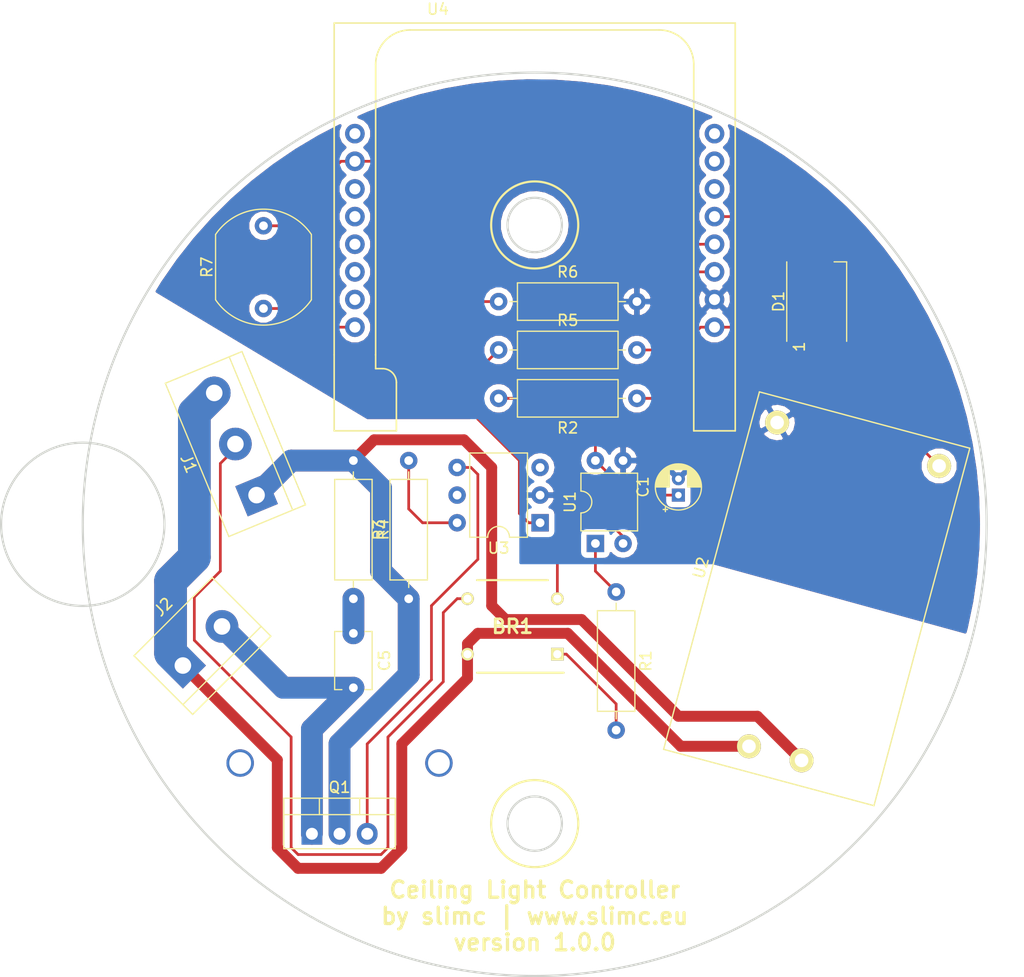
<source format=kicad_pcb>
(kicad_pcb (version 20171130) (host pcbnew 5.0.0+dfsg1-2)

  (general
    (thickness 1.6)
    (drawings 7)
    (tracks 143)
    (zones 0)
    (modules 18)
    (nets 31)
  )

  (page A4)
  (title_block
    (date 2019-05-25)
  )

  (layers
    (0 F.Cu signal)
    (31 B.Cu signal)
    (32 B.Adhes user)
    (33 F.Adhes user)
    (34 B.Paste user)
    (35 F.Paste user)
    (36 B.SilkS user)
    (37 F.SilkS user)
    (38 B.Mask user)
    (39 F.Mask user)
    (40 Dwgs.User user)
    (41 Cmts.User user)
    (42 Eco1.User user)
    (43 Eco2.User user)
    (44 Edge.Cuts user)
    (45 Margin user)
    (46 B.CrtYd user)
    (47 F.CrtYd user)
    (48 B.Fab user)
    (49 F.Fab user)
  )

  (setup
    (last_trace_width 0.25)
    (trace_clearance 0.2)
    (zone_clearance 0.508)
    (zone_45_only no)
    (trace_min 0.2)
    (segment_width 0.2)
    (edge_width 0.2)
    (via_size 0.8)
    (via_drill 0.4)
    (via_min_size 0.4)
    (via_min_drill 0.3)
    (uvia_size 0.3)
    (uvia_drill 0.1)
    (uvias_allowed no)
    (uvia_min_size 0.2)
    (uvia_min_drill 0.1)
    (pcb_text_width 0.3)
    (pcb_text_size 1.5 1.5)
    (mod_edge_width 0.15)
    (mod_text_size 1 1)
    (mod_text_width 0.15)
    (pad_size 3 3)
    (pad_drill 1.52)
    (pad_to_mask_clearance 0)
    (aux_axis_origin 0 0)
    (visible_elements FFFFFF7F)
    (pcbplotparams
      (layerselection 0x010a0_ffffffff)
      (usegerberextensions false)
      (usegerberattributes false)
      (usegerberadvancedattributes false)
      (creategerberjobfile false)
      (excludeedgelayer true)
      (linewidth 0.100000)
      (plotframeref false)
      (viasonmask false)
      (mode 1)
      (useauxorigin false)
      (hpglpennumber 1)
      (hpglpenspeed 20)
      (hpglpendiameter 15.000000)
      (psnegative false)
      (psa4output false)
      (plotreference true)
      (plotvalue true)
      (plotinvisibletext false)
      (padsonsilk false)
      (subtractmaskfromsilk false)
      (outputformat 1)
      (mirror false)
      (drillshape 0)
      (scaleselection 1)
      (outputdirectory "gerbers/"))
  )

  (net 0 "")
  (net 1 GND)
  (net 2 "Net-(C1-Pad1)")
  (net 3 "Net-(C5-Pad1)")
  (net 4 "Net-(Q1-Pad3)")
  (net 5 "Net-(R1-Pad1)")
  (net 6 "Net-(R3-Pad2)")
  (net 7 "Net-(R5-Pad1)")
  (net 8 "Net-(R5-Pad2)")
  (net 9 "Net-(U3-Pad5)")
  (net 10 "Net-(U3-Pad3)")
  (net 11 "Net-(U4-Pad15)")
  (net 12 "Net-(U4-Pad14)")
  (net 13 "Net-(U4-Pad13)")
  (net 14 "Net-(U4-Pad12)")
  (net 15 "Net-(U4-Pad11)")
  (net 16 "Net-(U4-Pad6)")
  (net 17 "Net-(U4-Pad7)")
  (net 18 "Net-(U4-Pad9)")
  (net 19 "Net-(U4-Pad8)")
  (net 20 "Net-(BR1-Pad1)")
  (net 21 "Net-(BR1-Pad2)")
  (net 22 "Net-(C5-Pad2)")
  (net 23 "Net-(J1-Pad1)")
  (net 24 "Net-(BR1-Pad3)")
  (net 25 "Net-(BR1-Pad4)")
  (net 26 "Net-(D1-Pad1)")
  (net 27 "Net-(D1-Pad4)")
  (net 28 "Net-(R6-Pad1)")
  (net 29 "Net-(D1-Pad2)")
  (net 30 "Net-(R7-Pad1)")

  (net_class Default "This is the default net class."
    (clearance 0.2)
    (trace_width 0.25)
    (via_dia 0.8)
    (via_drill 0.4)
    (uvia_dia 0.3)
    (uvia_drill 0.1)
    (add_net GND)
    (add_net "Net-(BR1-Pad1)")
    (add_net "Net-(BR1-Pad2)")
    (add_net "Net-(BR1-Pad3)")
    (add_net "Net-(BR1-Pad4)")
    (add_net "Net-(C1-Pad1)")
    (add_net "Net-(C5-Pad1)")
    (add_net "Net-(C5-Pad2)")
    (add_net "Net-(D1-Pad1)")
    (add_net "Net-(D1-Pad2)")
    (add_net "Net-(D1-Pad4)")
    (add_net "Net-(J1-Pad1)")
    (add_net "Net-(Q1-Pad3)")
    (add_net "Net-(R1-Pad1)")
    (add_net "Net-(R3-Pad2)")
    (add_net "Net-(R5-Pad1)")
    (add_net "Net-(R5-Pad2)")
    (add_net "Net-(R6-Pad1)")
    (add_net "Net-(R7-Pad1)")
    (add_net "Net-(U3-Pad3)")
    (add_net "Net-(U3-Pad5)")
    (add_net "Net-(U4-Pad11)")
    (add_net "Net-(U4-Pad12)")
    (add_net "Net-(U4-Pad13)")
    (add_net "Net-(U4-Pad14)")
    (add_net "Net-(U4-Pad15)")
    (add_net "Net-(U4-Pad6)")
    (add_net "Net-(U4-Pad7)")
    (add_net "Net-(U4-Pad8)")
    (add_net "Net-(U4-Pad9)")
  )

  (module Power_Supply:HLK-PM05 locked (layer F.Cu) (tedit 57DB3A46) (tstamp 5D00C0AF)
    (at 172.72 105.41 75)
    (path /5CEC553E)
    (fp_text reference U2 (at 0 -11 75) (layer F.SilkS)
      (effects (font (size 1 1) (thickness 0.15)))
    )
    (fp_text value HLK-PM05 (at 0 11 75) (layer F.Fab)
      (effects (font (size 1 1) (thickness 0.15)))
    )
    (fp_line (start 17 10) (end 17 -10) (layer F.SilkS) (width 0.127))
    (fp_line (start -17 -10) (end -17 10) (layer F.SilkS) (width 0.127))
    (fp_line (start -17 10) (end 17 10) (layer F.SilkS) (width 0.127))
    (fp_line (start 17 -10) (end -17 -10) (layer F.SilkS) (width 0.127))
    (pad 1 thru_hole circle (at -14.7 -2.5 75) (size 2.2 2.2) (drill 1.25) (layers *.Cu *.Mask F.SilkS)
      (net 25 "Net-(BR1-Pad4)"))
    (pad 2 thru_hole circle (at -14.7 2.5 75) (size 2.2 2.2) (drill 1.25) (layers *.Cu *.Mask F.SilkS)
      (net 23 "Net-(J1-Pad1)"))
    (pad 3 thru_hole circle (at 14.7 -7.7 75) (size 2.2 2.2) (drill 1.25) (layers *.Cu *.Mask F.SilkS)
      (net 1 GND))
    (pad 4 thru_hole circle (at 14.7 7.7 75) (size 2.2 2.2) (drill 1.25) (layers *.Cu *.Mask F.SilkS)
      (net 26 "Net-(D1-Pad1)"))
    (model C:/Engineering/KiCAD_Libraries/3D/Power_Supplies/AC_DC_Converters/VRML/HiLink_HLK-PM03.wrl
      (at (xyz 0 0 0))
      (scale (xyz 1 1 1))
      (rotate (xyz 0 0 0))
    )
  )

  (module Package_DIP:DIP-6_W7.62mm (layer F.Cu) (tedit 5A02E8C5) (tstamp 5CE9D740)
    (at 147.32 98.425 180)
    (descr "6-lead though-hole mounted DIP package, row spacing 7.62 mm (300 mils)")
    (tags "THT DIP DIL PDIP 2.54mm 7.62mm 300mil")
    (path /5CD39FB5)
    (fp_text reference U3 (at 3.81 -2.33 180) (layer F.SilkS)
      (effects (font (size 1 1) (thickness 0.15)))
    )
    (fp_text value MOC3021M (at 3.81 7.41 180) (layer F.Fab)
      (effects (font (size 1 1) (thickness 0.15)))
    )
    (fp_text user %R (at 3.81 2.54 180) (layer F.Fab)
      (effects (font (size 1 1) (thickness 0.15)))
    )
    (fp_line (start 8.7 -1.55) (end -1.1 -1.55) (layer F.CrtYd) (width 0.05))
    (fp_line (start 8.7 6.6) (end 8.7 -1.55) (layer F.CrtYd) (width 0.05))
    (fp_line (start -1.1 6.6) (end 8.7 6.6) (layer F.CrtYd) (width 0.05))
    (fp_line (start -1.1 -1.55) (end -1.1 6.6) (layer F.CrtYd) (width 0.05))
    (fp_line (start 6.46 -1.33) (end 4.81 -1.33) (layer F.SilkS) (width 0.12))
    (fp_line (start 6.46 6.41) (end 6.46 -1.33) (layer F.SilkS) (width 0.12))
    (fp_line (start 1.16 6.41) (end 6.46 6.41) (layer F.SilkS) (width 0.12))
    (fp_line (start 1.16 -1.33) (end 1.16 6.41) (layer F.SilkS) (width 0.12))
    (fp_line (start 2.81 -1.33) (end 1.16 -1.33) (layer F.SilkS) (width 0.12))
    (fp_line (start 0.635 -0.27) (end 1.635 -1.27) (layer F.Fab) (width 0.1))
    (fp_line (start 0.635 6.35) (end 0.635 -0.27) (layer F.Fab) (width 0.1))
    (fp_line (start 6.985 6.35) (end 0.635 6.35) (layer F.Fab) (width 0.1))
    (fp_line (start 6.985 -1.27) (end 6.985 6.35) (layer F.Fab) (width 0.1))
    (fp_line (start 1.635 -1.27) (end 6.985 -1.27) (layer F.Fab) (width 0.1))
    (fp_arc (start 3.81 -1.33) (end 2.81 -1.33) (angle -180) (layer F.SilkS) (width 0.12))
    (pad 6 thru_hole oval (at 7.62 0 180) (size 1.6 1.6) (drill 0.8) (layers *.Cu *.Mask)
      (net 6 "Net-(R3-Pad2)"))
    (pad 3 thru_hole oval (at 0 5.08 180) (size 1.6 1.6) (drill 0.8) (layers *.Cu *.Mask)
      (net 10 "Net-(U3-Pad3)"))
    (pad 5 thru_hole oval (at 7.62 2.54 180) (size 1.6 1.6) (drill 0.8) (layers *.Cu *.Mask)
      (net 9 "Net-(U3-Pad5)"))
    (pad 2 thru_hole oval (at 0 2.54 180) (size 1.6 1.6) (drill 0.8) (layers *.Cu *.Mask)
      (net 1 GND))
    (pad 4 thru_hole oval (at 7.62 5.08 180) (size 1.6 1.6) (drill 0.8) (layers *.Cu *.Mask)
      (net 4 "Net-(Q1-Pad3)"))
    (pad 1 thru_hole rect (at 0 0 180) (size 1.6 1.6) (drill 0.8) (layers *.Cu *.Mask)
      (net 7 "Net-(R5-Pad1)"))
    (model ${KISYS3DMOD}/Package_DIP.3dshapes/DIP-6_W7.62mm.wrl
      (at (xyz 0 0 0))
      (scale (xyz 1 1 1))
      (rotate (xyz 0 0 0))
    )
  )

  (module DB107-BP:DIP825W56P510L828H330Q4N locked (layer F.Cu) (tedit 5CE970C5) (tstamp 5D0D9114)
    (at 144.78 107.95 180)
    (descr DB-1)
    (tags "Bridge Rectifier")
    (path /5CE9FEBA)
    (fp_text reference BR1 (at 0 0 180) (layer F.SilkS)
      (effects (font (size 1.27 1.27) (thickness 0.254)))
    )
    (fp_text value DB107-BP (at 0 0 180) (layer F.SilkS) hide
      (effects (font (size 1.27 1.27) (thickness 0.254)))
    )
    (fp_line (start -3.25 4.255) (end 3.25 4.255) (layer F.SilkS) (width 0.2))
    (fp_line (start -4.705 -4.255) (end 3.25 -4.255) (layer F.SilkS) (width 0.2))
    (fp_line (start -3.25 -1.705) (end -0.7 -4.255) (layer Dwgs.User) (width 0.1))
    (fp_line (start -3.25 4.255) (end -3.25 -4.255) (layer Dwgs.User) (width 0.1))
    (fp_line (start 3.25 4.255) (end -3.25 4.255) (layer Dwgs.User) (width 0.1))
    (fp_line (start 3.25 -4.255) (end 3.25 4.255) (layer Dwgs.User) (width 0.1))
    (fp_line (start -3.25 -4.255) (end 3.25 -4.255) (layer Dwgs.User) (width 0.1))
    (fp_line (start -5.28 4.505) (end -5.28 -4.505) (layer Dwgs.User) (width 0.05))
    (fp_line (start 5.28 4.505) (end -5.28 4.505) (layer Dwgs.User) (width 0.05))
    (fp_line (start 5.28 -4.505) (end 5.28 4.505) (layer Dwgs.User) (width 0.05))
    (fp_line (start -5.28 -4.505) (end 5.28 -4.505) (layer Dwgs.User) (width 0.05))
    (pad 4 thru_hole circle (at 4.125 -2.55 270) (size 1.16 1.16) (drill 0.76) (layers *.Cu *.Mask F.SilkS)
      (net 25 "Net-(BR1-Pad4)"))
    (pad 3 thru_hole circle (at 4.125 2.55 270) (size 1.16 1.16) (drill 0.76) (layers *.Cu *.Mask F.SilkS)
      (net 24 "Net-(BR1-Pad3)"))
    (pad 2 thru_hole circle (at -4.125 2.55 270) (size 1.16 1.16) (drill 0.76) (layers *.Cu *.Mask F.SilkS)
      (net 21 "Net-(BR1-Pad2)"))
    (pad 1 thru_hole rect (at -4.125 -2.55 270) (size 1.16 1.16) (drill 0.76) (layers *.Cu *.Mask F.SilkS)
      (net 20 "Net-(BR1-Pad1)"))
  )

  (module LED_SMD:LED_WS2812B_PLCC4_5.0x5.0mm_P3.2mm (layer F.Cu) (tedit 5AA4B285) (tstamp 5D0D6C55)
    (at 172.72 78.105 90)
    (descr https://cdn-shop.adafruit.com/datasheets/WS2812B.pdf)
    (tags "LED RGB NeoPixel")
    (path /5CE9D0F3)
    (attr smd)
    (fp_text reference D1 (at 0 -3.5 90) (layer F.SilkS)
      (effects (font (size 1 1) (thickness 0.15)))
    )
    (fp_text value WS2812B (at 0 4 90) (layer F.Fab)
      (effects (font (size 1 1) (thickness 0.15)))
    )
    (fp_circle (center 0 0) (end 0 -2) (layer F.Fab) (width 0.1))
    (fp_line (start 3.65 2.75) (end 3.65 1.6) (layer F.SilkS) (width 0.12))
    (fp_line (start -3.65 2.75) (end 3.65 2.75) (layer F.SilkS) (width 0.12))
    (fp_line (start -3.65 -2.75) (end 3.65 -2.75) (layer F.SilkS) (width 0.12))
    (fp_line (start 2.5 -2.5) (end -2.5 -2.5) (layer F.Fab) (width 0.1))
    (fp_line (start 2.5 2.5) (end 2.5 -2.5) (layer F.Fab) (width 0.1))
    (fp_line (start -2.5 2.5) (end 2.5 2.5) (layer F.Fab) (width 0.1))
    (fp_line (start -2.5 -2.5) (end -2.5 2.5) (layer F.Fab) (width 0.1))
    (fp_line (start 2.5 1.5) (end 1.5 2.5) (layer F.Fab) (width 0.1))
    (fp_line (start -3.45 -2.75) (end -3.45 2.75) (layer F.CrtYd) (width 0.05))
    (fp_line (start -3.45 2.75) (end 3.45 2.75) (layer F.CrtYd) (width 0.05))
    (fp_line (start 3.45 2.75) (end 3.45 -2.75) (layer F.CrtYd) (width 0.05))
    (fp_line (start 3.45 -2.75) (end -3.45 -2.75) (layer F.CrtYd) (width 0.05))
    (fp_text user %R (at 0 0 90) (layer F.Fab)
      (effects (font (size 0.8 0.8) (thickness 0.15)))
    )
    (fp_text user 1 (at -4.15 -1.6 90) (layer F.SilkS)
      (effects (font (size 1 1) (thickness 0.15)))
    )
    (pad 1 smd rect (at -2.45 -1.6 90) (size 1.5 1) (layers F.Cu F.Paste F.Mask)
      (net 26 "Net-(D1-Pad1)"))
    (pad 2 smd rect (at -2.45 1.6 90) (size 1.5 1) (layers F.Cu F.Paste F.Mask)
      (net 29 "Net-(D1-Pad2)"))
    (pad 4 smd rect (at 2.45 -1.6 90) (size 1.5 1) (layers F.Cu F.Paste F.Mask)
      (net 27 "Net-(D1-Pad4)"))
    (pad 3 smd rect (at 2.45 1.6 90) (size 1.5 1) (layers F.Cu F.Paste F.Mask)
      (net 1 GND))
    (model ${KISYS3DMOD}/LED_SMD.3dshapes/LED_WS2812B_PLCC4_5.0x5.0mm_P3.2mm.wrl
      (at (xyz 0 0 0))
      (scale (xyz 1 1 1))
      (rotate (xyz 0 0 0))
    )
  )

  (module OptoDevice:R_LDR_10x8.5mm_P7.6mm_Vertical (layer F.Cu) (tedit 5A6C6585) (tstamp 5D0D6C3E)
    (at 121.92 78.74 90)
    (descr "Resistor, LDR 10x8.5mm")
    (tags "Resistor LDR10.8.5mm")
    (path /5CEB527C)
    (fp_text reference R7 (at 3.8 -5.2 90) (layer F.SilkS)
      (effects (font (size 1 1) (thickness 0.15)))
    )
    (fp_text value LDR03 (at 3.7 5.2 90) (layer F.Fab)
      (effects (font (size 1 1) (thickness 0.15)))
    )
    (fp_arc (start 3.8 0) (end 0.8 4.25) (angle 109) (layer F.Fab) (width 0.1))
    (fp_arc (start 3.8 0) (end 6.8 -4.25) (angle 109) (layer F.Fab) (width 0.1))
    (fp_arc (start 3.8 0) (end 6.8 -4.4) (angle 111) (layer F.SilkS) (width 0.12))
    (fp_arc (start 3.8 0) (end 0.8 4.4) (angle 111) (layer F.SilkS) (width 0.12))
    (fp_line (start 9.25 4.5) (end -1.65 4.5) (layer F.CrtYd) (width 0.05))
    (fp_line (start 9.25 4.5) (end 9.25 -4.5) (layer F.CrtYd) (width 0.05))
    (fp_line (start -1.65 -4.5) (end -1.65 4.5) (layer F.CrtYd) (width 0.05))
    (fp_line (start -1.65 -4.5) (end 9.25 -4.5) (layer F.CrtYd) (width 0.05))
    (fp_line (start 0.8 -4.25) (end 6.8 -4.25) (layer F.Fab) (width 0.1))
    (fp_line (start 6.8 4.25) (end 0.8 4.25) (layer F.Fab) (width 0.1))
    (fp_line (start 2.9 1.8) (end 4.7 1.8) (layer F.Fab) (width 0.1))
    (fp_line (start 2.9 1.2) (end 2.9 1.8) (layer F.Fab) (width 0.1))
    (fp_line (start 4.7 1.2) (end 2.9 1.2) (layer F.Fab) (width 0.1))
    (fp_line (start 4.7 0.6) (end 4.7 1.2) (layer F.Fab) (width 0.1))
    (fp_line (start 2.9 0.6) (end 4.7 0.6) (layer F.Fab) (width 0.1))
    (fp_line (start 2.9 0) (end 2.9 0.6) (layer F.Fab) (width 0.1))
    (fp_line (start 4.7 0) (end 2.9 0) (layer F.Fab) (width 0.1))
    (fp_line (start 4.7 -0.6) (end 4.7 0) (layer F.Fab) (width 0.1))
    (fp_line (start 2.9 -0.6) (end 4.7 -0.6) (layer F.Fab) (width 0.1))
    (fp_line (start 2.9 -1.2) (end 2.9 -0.6) (layer F.Fab) (width 0.1))
    (fp_line (start 4.7 -1.2) (end 2.9 -1.2) (layer F.Fab) (width 0.1))
    (fp_line (start 4.7 -1.8) (end 4.7 -1.2) (layer F.Fab) (width 0.1))
    (fp_line (start 2.9 -1.8) (end 4.7 -1.8) (layer F.Fab) (width 0.1))
    (fp_line (start 0.8 -4.4) (end 6.8 -4.4) (layer F.SilkS) (width 0.12))
    (fp_line (start 0.8 4.4) (end 6.8 4.4) (layer F.SilkS) (width 0.12))
    (fp_text user %R (at 3.8 0 90) (layer F.Fab)
      (effects (font (size 1 1) (thickness 0.15)))
    )
    (pad 2 thru_hole circle (at 7.6 0 90) (size 1.6 1.6) (drill 0.8) (layers *.Cu *.Mask)
      (net 28 "Net-(R6-Pad1)"))
    (pad 1 thru_hole circle (at 0 0 90) (size 1.6 1.6) (drill 0.8) (layers *.Cu *.Mask)
      (net 30 "Net-(R7-Pad1)"))
    (model ${KISYS3DMOD}/OptoDevice.3dshapes/R_LDR_10x8.5mm_P7.6mm_Vertical.wrl
      (at (xyz 0 0 0))
      (scale (xyz 1 1 1))
      (rotate (xyz 0 0 0))
    )
  )

  (module Resistor_THT:R_Axial_DIN0309_L9.0mm_D3.2mm_P12.70mm_Horizontal (layer F.Cu) (tedit 5AE5139B) (tstamp 5D0D6B7C)
    (at 143.51 78.105)
    (descr "Resistor, Axial_DIN0309 series, Axial, Horizontal, pin pitch=12.7mm, 0.5W = 1/2W, length*diameter=9*3.2mm^2, http://cdn-reichelt.de/documents/datenblatt/B400/1_4W%23YAG.pdf")
    (tags "Resistor Axial_DIN0309 series Axial Horizontal pin pitch 12.7mm 0.5W = 1/2W length 9mm diameter 3.2mm")
    (path /5CEA8896)
    (fp_text reference R6 (at 6.35 -2.72) (layer F.SilkS)
      (effects (font (size 1 1) (thickness 0.15)))
    )
    (fp_text value 10000 (at 6.35 2.72) (layer F.Fab)
      (effects (font (size 1 1) (thickness 0.15)))
    )
    (fp_text user %R (at 6.35 0) (layer F.Fab)
      (effects (font (size 1 1) (thickness 0.15)))
    )
    (fp_line (start 13.75 -1.85) (end -1.05 -1.85) (layer F.CrtYd) (width 0.05))
    (fp_line (start 13.75 1.85) (end 13.75 -1.85) (layer F.CrtYd) (width 0.05))
    (fp_line (start -1.05 1.85) (end 13.75 1.85) (layer F.CrtYd) (width 0.05))
    (fp_line (start -1.05 -1.85) (end -1.05 1.85) (layer F.CrtYd) (width 0.05))
    (fp_line (start 11.66 0) (end 10.97 0) (layer F.SilkS) (width 0.12))
    (fp_line (start 1.04 0) (end 1.73 0) (layer F.SilkS) (width 0.12))
    (fp_line (start 10.97 -1.72) (end 1.73 -1.72) (layer F.SilkS) (width 0.12))
    (fp_line (start 10.97 1.72) (end 10.97 -1.72) (layer F.SilkS) (width 0.12))
    (fp_line (start 1.73 1.72) (end 10.97 1.72) (layer F.SilkS) (width 0.12))
    (fp_line (start 1.73 -1.72) (end 1.73 1.72) (layer F.SilkS) (width 0.12))
    (fp_line (start 12.7 0) (end 10.85 0) (layer F.Fab) (width 0.1))
    (fp_line (start 0 0) (end 1.85 0) (layer F.Fab) (width 0.1))
    (fp_line (start 10.85 -1.6) (end 1.85 -1.6) (layer F.Fab) (width 0.1))
    (fp_line (start 10.85 1.6) (end 10.85 -1.6) (layer F.Fab) (width 0.1))
    (fp_line (start 1.85 1.6) (end 10.85 1.6) (layer F.Fab) (width 0.1))
    (fp_line (start 1.85 -1.6) (end 1.85 1.6) (layer F.Fab) (width 0.1))
    (pad 2 thru_hole oval (at 12.7 0) (size 1.6 1.6) (drill 0.8) (layers *.Cu *.Mask)
      (net 1 GND))
    (pad 1 thru_hole circle (at 0 0) (size 1.6 1.6) (drill 0.8) (layers *.Cu *.Mask)
      (net 28 "Net-(R6-Pad1)"))
    (model ${KISYS3DMOD}/Resistor_THT.3dshapes/R_Axial_DIN0309_L9.0mm_D3.2mm_P12.70mm_Horizontal.wrl
      (at (xyz 0 0 0))
      (scale (xyz 1 1 1))
      (rotate (xyz 0 0 0))
    )
  )

  (module slimc:TO-220-3_Vertical_Triode_Heatsink locked (layer F.Cu) (tedit 5CE9CC8B) (tstamp 5D0D5B90)
    (at 126.365 127)
    (descr "TO-220-3, Vertical, RM 2.54mm, see https://www.vishay.com/docs/66542/to-220-1.pdf")
    (tags "TO-220-3 Vertical RM 2.54mm")
    (path /5CD37C89)
    (fp_text reference Q1 (at 2.54 -4.27) (layer F.SilkS)
      (effects (font (size 1 1) (thickness 0.15)))
    )
    (fp_text value BT136-500 (at 2.54 2.5) (layer F.Fab)
      (effects (font (size 1 1) (thickness 0.15)))
    )
    (fp_text user %R (at 2.54 -4.27) (layer F.Fab)
      (effects (font (size 1 1) (thickness 0.15)))
    )
    (fp_line (start 7.79 -3.4) (end -2.71 -3.4) (layer F.CrtYd) (width 0.05))
    (fp_line (start 7.79 1.51) (end 7.79 -3.4) (layer F.CrtYd) (width 0.05))
    (fp_line (start -2.71 1.51) (end 7.79 1.51) (layer F.CrtYd) (width 0.05))
    (fp_line (start -2.71 -3.4) (end -2.71 1.51) (layer F.CrtYd) (width 0.05))
    (fp_line (start 4.391 -3.27) (end 4.391 -1.76) (layer F.SilkS) (width 0.12))
    (fp_line (start 0.69 -3.27) (end 0.69 -1.76) (layer F.SilkS) (width 0.12))
    (fp_line (start -2.58 -1.76) (end 7.66 -1.76) (layer F.SilkS) (width 0.12))
    (fp_line (start 7.66 -3.27) (end 7.66 1.371) (layer F.SilkS) (width 0.12))
    (fp_line (start -2.58 -3.27) (end -2.58 1.371) (layer F.SilkS) (width 0.12))
    (fp_line (start -2.58 1.371) (end 7.66 1.371) (layer F.SilkS) (width 0.12))
    (fp_line (start -2.58 -3.27) (end 7.66 -3.27) (layer F.SilkS) (width 0.12))
    (fp_line (start 4.39 -3.15) (end 4.39 -1.88) (layer F.Fab) (width 0.1))
    (fp_line (start 0.69 -3.15) (end 0.69 -1.88) (layer F.Fab) (width 0.1))
    (fp_line (start -2.46 -1.88) (end 7.54 -1.88) (layer F.Fab) (width 0.1))
    (fp_line (start 7.54 -3.15) (end -2.46 -3.15) (layer F.Fab) (width 0.1))
    (fp_line (start 7.54 1.25) (end 7.54 -3.15) (layer F.Fab) (width 0.1))
    (fp_line (start -2.46 1.25) (end 7.54 1.25) (layer F.Fab) (width 0.1))
    (fp_line (start -2.46 -3.15) (end -2.46 1.25) (layer F.Fab) (width 0.1))
    (pad 5 thru_hole circle (at 11.665 -6.5) (size 2.524 2.524) (drill 2) (layers *.Cu *.Mask))
    (pad 4 thru_hole circle (at -6.585 -6.5) (size 2.524 2.524) (drill 2) (layers *.Cu *.Mask))
    (pad 3 thru_hole oval (at 5.08 0) (size 1.905 2) (drill 1.1) (layers *.Cu *.Mask)
      (net 4 "Net-(Q1-Pad3)"))
    (pad 2 thru_hole oval (at 2.54 0) (size 1.905 2) (drill 1.1) (layers *.Cu *.Mask)
      (net 23 "Net-(J1-Pad1)"))
    (pad 1 thru_hole rect (at 0 0) (size 1.905 2) (drill 1.1) (layers *.Cu *.Mask)
      (net 22 "Net-(C5-Pad2)"))
    (model ${KISYS3DMOD}/Package_TO_SOT_THT.3dshapes/TO-220-3_Vertical.wrl
      (at (xyz 0 0 0))
      (scale (xyz 1 1 1))
      (rotate (xyz 0 0 0))
    )
  )

  (module Capacitor_THT:CP_Radial_D4.0mm_P1.50mm (layer F.Cu) (tedit 5AE50EF0) (tstamp 5D0D60BD)
    (at 160.02 95.885 90)
    (descr "CP, Radial series, Radial, pin pitch=1.50mm, , diameter=4mm, Electrolytic Capacitor")
    (tags "CP Radial series Radial pin pitch 1.50mm  diameter 4mm Electrolytic Capacitor")
    (path /5CD3CE67)
    (fp_text reference C1 (at 0.75 -3.25 90) (layer F.SilkS)
      (effects (font (size 1 1) (thickness 0.15)))
    )
    (fp_text value 1µf (at 0.75 3.25 90) (layer F.Fab)
      (effects (font (size 1 1) (thickness 0.15)))
    )
    (fp_text user %R (at 0.75 0 90) (layer F.Fab)
      (effects (font (size 0.8 0.8) (thickness 0.12)))
    )
    (fp_line (start -1.319801 -1.395) (end -1.319801 -0.995) (layer F.SilkS) (width 0.12))
    (fp_line (start -1.519801 -1.195) (end -1.119801 -1.195) (layer F.SilkS) (width 0.12))
    (fp_line (start 2.831 -0.37) (end 2.831 0.37) (layer F.SilkS) (width 0.12))
    (fp_line (start 2.791 -0.537) (end 2.791 0.537) (layer F.SilkS) (width 0.12))
    (fp_line (start 2.751 -0.664) (end 2.751 0.664) (layer F.SilkS) (width 0.12))
    (fp_line (start 2.711 -0.768) (end 2.711 0.768) (layer F.SilkS) (width 0.12))
    (fp_line (start 2.671 -0.859) (end 2.671 0.859) (layer F.SilkS) (width 0.12))
    (fp_line (start 2.631 -0.94) (end 2.631 0.94) (layer F.SilkS) (width 0.12))
    (fp_line (start 2.591 -1.013) (end 2.591 1.013) (layer F.SilkS) (width 0.12))
    (fp_line (start 2.551 -1.08) (end 2.551 1.08) (layer F.SilkS) (width 0.12))
    (fp_line (start 2.511 -1.142) (end 2.511 1.142) (layer F.SilkS) (width 0.12))
    (fp_line (start 2.471 -1.2) (end 2.471 1.2) (layer F.SilkS) (width 0.12))
    (fp_line (start 2.431 -1.254) (end 2.431 1.254) (layer F.SilkS) (width 0.12))
    (fp_line (start 2.391 -1.304) (end 2.391 1.304) (layer F.SilkS) (width 0.12))
    (fp_line (start 2.351 -1.351) (end 2.351 1.351) (layer F.SilkS) (width 0.12))
    (fp_line (start 2.311 0.84) (end 2.311 1.396) (layer F.SilkS) (width 0.12))
    (fp_line (start 2.311 -1.396) (end 2.311 -0.84) (layer F.SilkS) (width 0.12))
    (fp_line (start 2.271 0.84) (end 2.271 1.438) (layer F.SilkS) (width 0.12))
    (fp_line (start 2.271 -1.438) (end 2.271 -0.84) (layer F.SilkS) (width 0.12))
    (fp_line (start 2.231 0.84) (end 2.231 1.478) (layer F.SilkS) (width 0.12))
    (fp_line (start 2.231 -1.478) (end 2.231 -0.84) (layer F.SilkS) (width 0.12))
    (fp_line (start 2.191 0.84) (end 2.191 1.516) (layer F.SilkS) (width 0.12))
    (fp_line (start 2.191 -1.516) (end 2.191 -0.84) (layer F.SilkS) (width 0.12))
    (fp_line (start 2.151 0.84) (end 2.151 1.552) (layer F.SilkS) (width 0.12))
    (fp_line (start 2.151 -1.552) (end 2.151 -0.84) (layer F.SilkS) (width 0.12))
    (fp_line (start 2.111 0.84) (end 2.111 1.587) (layer F.SilkS) (width 0.12))
    (fp_line (start 2.111 -1.587) (end 2.111 -0.84) (layer F.SilkS) (width 0.12))
    (fp_line (start 2.071 0.84) (end 2.071 1.619) (layer F.SilkS) (width 0.12))
    (fp_line (start 2.071 -1.619) (end 2.071 -0.84) (layer F.SilkS) (width 0.12))
    (fp_line (start 2.031 0.84) (end 2.031 1.65) (layer F.SilkS) (width 0.12))
    (fp_line (start 2.031 -1.65) (end 2.031 -0.84) (layer F.SilkS) (width 0.12))
    (fp_line (start 1.991 0.84) (end 1.991 1.68) (layer F.SilkS) (width 0.12))
    (fp_line (start 1.991 -1.68) (end 1.991 -0.84) (layer F.SilkS) (width 0.12))
    (fp_line (start 1.951 0.84) (end 1.951 1.708) (layer F.SilkS) (width 0.12))
    (fp_line (start 1.951 -1.708) (end 1.951 -0.84) (layer F.SilkS) (width 0.12))
    (fp_line (start 1.911 0.84) (end 1.911 1.735) (layer F.SilkS) (width 0.12))
    (fp_line (start 1.911 -1.735) (end 1.911 -0.84) (layer F.SilkS) (width 0.12))
    (fp_line (start 1.871 0.84) (end 1.871 1.76) (layer F.SilkS) (width 0.12))
    (fp_line (start 1.871 -1.76) (end 1.871 -0.84) (layer F.SilkS) (width 0.12))
    (fp_line (start 1.831 0.84) (end 1.831 1.785) (layer F.SilkS) (width 0.12))
    (fp_line (start 1.831 -1.785) (end 1.831 -0.84) (layer F.SilkS) (width 0.12))
    (fp_line (start 1.791 0.84) (end 1.791 1.808) (layer F.SilkS) (width 0.12))
    (fp_line (start 1.791 -1.808) (end 1.791 -0.84) (layer F.SilkS) (width 0.12))
    (fp_line (start 1.751 0.84) (end 1.751 1.83) (layer F.SilkS) (width 0.12))
    (fp_line (start 1.751 -1.83) (end 1.751 -0.84) (layer F.SilkS) (width 0.12))
    (fp_line (start 1.711 0.84) (end 1.711 1.851) (layer F.SilkS) (width 0.12))
    (fp_line (start 1.711 -1.851) (end 1.711 -0.84) (layer F.SilkS) (width 0.12))
    (fp_line (start 1.671 0.84) (end 1.671 1.87) (layer F.SilkS) (width 0.12))
    (fp_line (start 1.671 -1.87) (end 1.671 -0.84) (layer F.SilkS) (width 0.12))
    (fp_line (start 1.631 0.84) (end 1.631 1.889) (layer F.SilkS) (width 0.12))
    (fp_line (start 1.631 -1.889) (end 1.631 -0.84) (layer F.SilkS) (width 0.12))
    (fp_line (start 1.591 0.84) (end 1.591 1.907) (layer F.SilkS) (width 0.12))
    (fp_line (start 1.591 -1.907) (end 1.591 -0.84) (layer F.SilkS) (width 0.12))
    (fp_line (start 1.551 0.84) (end 1.551 1.924) (layer F.SilkS) (width 0.12))
    (fp_line (start 1.551 -1.924) (end 1.551 -0.84) (layer F.SilkS) (width 0.12))
    (fp_line (start 1.511 0.84) (end 1.511 1.94) (layer F.SilkS) (width 0.12))
    (fp_line (start 1.511 -1.94) (end 1.511 -0.84) (layer F.SilkS) (width 0.12))
    (fp_line (start 1.471 0.84) (end 1.471 1.954) (layer F.SilkS) (width 0.12))
    (fp_line (start 1.471 -1.954) (end 1.471 -0.84) (layer F.SilkS) (width 0.12))
    (fp_line (start 1.43 0.84) (end 1.43 1.968) (layer F.SilkS) (width 0.12))
    (fp_line (start 1.43 -1.968) (end 1.43 -0.84) (layer F.SilkS) (width 0.12))
    (fp_line (start 1.39 0.84) (end 1.39 1.982) (layer F.SilkS) (width 0.12))
    (fp_line (start 1.39 -1.982) (end 1.39 -0.84) (layer F.SilkS) (width 0.12))
    (fp_line (start 1.35 0.84) (end 1.35 1.994) (layer F.SilkS) (width 0.12))
    (fp_line (start 1.35 -1.994) (end 1.35 -0.84) (layer F.SilkS) (width 0.12))
    (fp_line (start 1.31 0.84) (end 1.31 2.005) (layer F.SilkS) (width 0.12))
    (fp_line (start 1.31 -2.005) (end 1.31 -0.84) (layer F.SilkS) (width 0.12))
    (fp_line (start 1.27 0.84) (end 1.27 2.016) (layer F.SilkS) (width 0.12))
    (fp_line (start 1.27 -2.016) (end 1.27 -0.84) (layer F.SilkS) (width 0.12))
    (fp_line (start 1.23 0.84) (end 1.23 2.025) (layer F.SilkS) (width 0.12))
    (fp_line (start 1.23 -2.025) (end 1.23 -0.84) (layer F.SilkS) (width 0.12))
    (fp_line (start 1.19 0.84) (end 1.19 2.034) (layer F.SilkS) (width 0.12))
    (fp_line (start 1.19 -2.034) (end 1.19 -0.84) (layer F.SilkS) (width 0.12))
    (fp_line (start 1.15 0.84) (end 1.15 2.042) (layer F.SilkS) (width 0.12))
    (fp_line (start 1.15 -2.042) (end 1.15 -0.84) (layer F.SilkS) (width 0.12))
    (fp_line (start 1.11 0.84) (end 1.11 2.05) (layer F.SilkS) (width 0.12))
    (fp_line (start 1.11 -2.05) (end 1.11 -0.84) (layer F.SilkS) (width 0.12))
    (fp_line (start 1.07 0.84) (end 1.07 2.056) (layer F.SilkS) (width 0.12))
    (fp_line (start 1.07 -2.056) (end 1.07 -0.84) (layer F.SilkS) (width 0.12))
    (fp_line (start 1.03 0.84) (end 1.03 2.062) (layer F.SilkS) (width 0.12))
    (fp_line (start 1.03 -2.062) (end 1.03 -0.84) (layer F.SilkS) (width 0.12))
    (fp_line (start 0.99 0.84) (end 0.99 2.067) (layer F.SilkS) (width 0.12))
    (fp_line (start 0.99 -2.067) (end 0.99 -0.84) (layer F.SilkS) (width 0.12))
    (fp_line (start 0.95 0.84) (end 0.95 2.071) (layer F.SilkS) (width 0.12))
    (fp_line (start 0.95 -2.071) (end 0.95 -0.84) (layer F.SilkS) (width 0.12))
    (fp_line (start 0.91 0.84) (end 0.91 2.074) (layer F.SilkS) (width 0.12))
    (fp_line (start 0.91 -2.074) (end 0.91 -0.84) (layer F.SilkS) (width 0.12))
    (fp_line (start 0.87 0.84) (end 0.87 2.077) (layer F.SilkS) (width 0.12))
    (fp_line (start 0.87 -2.077) (end 0.87 -0.84) (layer F.SilkS) (width 0.12))
    (fp_line (start 0.83 -2.079) (end 0.83 -0.84) (layer F.SilkS) (width 0.12))
    (fp_line (start 0.83 0.84) (end 0.83 2.079) (layer F.SilkS) (width 0.12))
    (fp_line (start 0.79 -2.08) (end 0.79 -0.84) (layer F.SilkS) (width 0.12))
    (fp_line (start 0.79 0.84) (end 0.79 2.08) (layer F.SilkS) (width 0.12))
    (fp_line (start 0.75 -2.08) (end 0.75 -0.84) (layer F.SilkS) (width 0.12))
    (fp_line (start 0.75 0.84) (end 0.75 2.08) (layer F.SilkS) (width 0.12))
    (fp_line (start -0.752554 -1.0675) (end -0.752554 -0.6675) (layer F.Fab) (width 0.1))
    (fp_line (start -0.952554 -0.8675) (end -0.552554 -0.8675) (layer F.Fab) (width 0.1))
    (fp_circle (center 0.75 0) (end 3 0) (layer F.CrtYd) (width 0.05))
    (fp_circle (center 0.75 0) (end 2.87 0) (layer F.SilkS) (width 0.12))
    (fp_circle (center 0.75 0) (end 2.75 0) (layer F.Fab) (width 0.1))
    (pad 2 thru_hole circle (at 1.5 0 90) (size 1.2 1.2) (drill 0.6) (layers *.Cu *.Mask)
      (net 1 GND))
    (pad 1 thru_hole rect (at 0 0 90) (size 1.2 1.2) (drill 0.6) (layers *.Cu *.Mask)
      (net 2 "Net-(C1-Pad1)"))
    (model ${KISYS3DMOD}/Capacitor_THT.3dshapes/CP_Radial_D4.0mm_P1.50mm.wrl
      (at (xyz 0 0 0))
      (scale (xyz 1 1 1))
      (rotate (xyz 0 0 0))
    )
  )

  (module Capacitor_THT:C_Disc_D5.1mm_W3.2mm_P5.00mm (layer F.Cu) (tedit 5AE50EF0) (tstamp 5CE9D6FC)
    (at 130.175 108.585 270)
    (descr "C, Disc series, Radial, pin pitch=5.00mm, , diameter*width=5.1*3.2mm^2, Capacitor, http://www.vishay.com/docs/45233/krseries.pdf")
    (tags "C Disc series Radial pin pitch 5.00mm  diameter 5.1mm width 3.2mm Capacitor")
    (path /5CD37ECE)
    (fp_text reference C5 (at 2.5 -2.85 270) (layer F.SilkS)
      (effects (font (size 1 1) (thickness 0.15)))
    )
    (fp_text value 100nf (at 2.5 2.85 270) (layer F.Fab)
      (effects (font (size 1 1) (thickness 0.15)))
    )
    (fp_text user %R (at 2.5 0 270) (layer F.Fab)
      (effects (font (size 1 1) (thickness 0.15)))
    )
    (fp_line (start 6.05 -1.85) (end -1.05 -1.85) (layer F.CrtYd) (width 0.05))
    (fp_line (start 6.05 1.85) (end 6.05 -1.85) (layer F.CrtYd) (width 0.05))
    (fp_line (start -1.05 1.85) (end 6.05 1.85) (layer F.CrtYd) (width 0.05))
    (fp_line (start -1.05 -1.85) (end -1.05 1.85) (layer F.CrtYd) (width 0.05))
    (fp_line (start 5.17 1.055) (end 5.17 1.721) (layer F.SilkS) (width 0.12))
    (fp_line (start 5.17 -1.721) (end 5.17 -1.055) (layer F.SilkS) (width 0.12))
    (fp_line (start -0.17 1.055) (end -0.17 1.721) (layer F.SilkS) (width 0.12))
    (fp_line (start -0.17 -1.721) (end -0.17 -1.055) (layer F.SilkS) (width 0.12))
    (fp_line (start -0.17 1.721) (end 5.17 1.721) (layer F.SilkS) (width 0.12))
    (fp_line (start -0.17 -1.721) (end 5.17 -1.721) (layer F.SilkS) (width 0.12))
    (fp_line (start 5.05 -1.6) (end -0.05 -1.6) (layer F.Fab) (width 0.1))
    (fp_line (start 5.05 1.6) (end 5.05 -1.6) (layer F.Fab) (width 0.1))
    (fp_line (start -0.05 1.6) (end 5.05 1.6) (layer F.Fab) (width 0.1))
    (fp_line (start -0.05 -1.6) (end -0.05 1.6) (layer F.Fab) (width 0.1))
    (pad 2 thru_hole circle (at 5 0 270) (size 1.6 1.6) (drill 0.8) (layers *.Cu *.Mask)
      (net 22 "Net-(C5-Pad2)"))
    (pad 1 thru_hole circle (at 0 0 270) (size 1.6 1.6) (drill 0.8) (layers *.Cu *.Mask)
      (net 3 "Net-(C5-Pad1)"))
    (model ${KISYS3DMOD}/Capacitor_THT.3dshapes/C_Disc_D5.1mm_W3.2mm_P5.00mm.wrl
      (at (xyz 0 0 0))
      (scale (xyz 1 1 1))
      (rotate (xyz 0 0 0))
    )
  )

  (module Resistor_THT:R_Axial_DIN0309_L9.0mm_D3.2mm_P12.70mm_Horizontal (layer F.Cu) (tedit 5AE5139B) (tstamp 5CE9D8FC)
    (at 154.305 104.775 270)
    (descr "Resistor, Axial_DIN0309 series, Axial, Horizontal, pin pitch=12.7mm, 0.5W = 1/2W, length*diameter=9*3.2mm^2, http://cdn-reichelt.de/documents/datenblatt/B400/1_4W%23YAG.pdf")
    (tags "Resistor Axial_DIN0309 series Axial Horizontal pin pitch 12.7mm 0.5W = 1/2W length 9mm diameter 3.2mm")
    (path /5CD373D6)
    (fp_text reference R1 (at 6.35 -2.72 270) (layer F.SilkS)
      (effects (font (size 1 1) (thickness 0.15)))
    )
    (fp_text value 390k (at 6.35 2.72 270) (layer F.Fab)
      (effects (font (size 1 1) (thickness 0.15)))
    )
    (fp_text user %R (at 6.35 0 270) (layer F.Fab)
      (effects (font (size 1 1) (thickness 0.15)))
    )
    (fp_line (start 13.75 -1.85) (end -1.05 -1.85) (layer F.CrtYd) (width 0.05))
    (fp_line (start 13.75 1.85) (end 13.75 -1.85) (layer F.CrtYd) (width 0.05))
    (fp_line (start -1.05 1.85) (end 13.75 1.85) (layer F.CrtYd) (width 0.05))
    (fp_line (start -1.05 -1.85) (end -1.05 1.85) (layer F.CrtYd) (width 0.05))
    (fp_line (start 11.66 0) (end 10.97 0) (layer F.SilkS) (width 0.12))
    (fp_line (start 1.04 0) (end 1.73 0) (layer F.SilkS) (width 0.12))
    (fp_line (start 10.97 -1.72) (end 1.73 -1.72) (layer F.SilkS) (width 0.12))
    (fp_line (start 10.97 1.72) (end 10.97 -1.72) (layer F.SilkS) (width 0.12))
    (fp_line (start 1.73 1.72) (end 10.97 1.72) (layer F.SilkS) (width 0.12))
    (fp_line (start 1.73 -1.72) (end 1.73 1.72) (layer F.SilkS) (width 0.12))
    (fp_line (start 12.7 0) (end 10.85 0) (layer F.Fab) (width 0.1))
    (fp_line (start 0 0) (end 1.85 0) (layer F.Fab) (width 0.1))
    (fp_line (start 10.85 -1.6) (end 1.85 -1.6) (layer F.Fab) (width 0.1))
    (fp_line (start 10.85 1.6) (end 10.85 -1.6) (layer F.Fab) (width 0.1))
    (fp_line (start 1.85 1.6) (end 10.85 1.6) (layer F.Fab) (width 0.1))
    (fp_line (start 1.85 -1.6) (end 1.85 1.6) (layer F.Fab) (width 0.1))
    (pad 2 thru_hole oval (at 12.7 0 270) (size 1.6 1.6) (drill 0.8) (layers *.Cu *.Mask)
      (net 20 "Net-(BR1-Pad1)"))
    (pad 1 thru_hole circle (at 0 0 270) (size 1.6 1.6) (drill 0.8) (layers *.Cu *.Mask)
      (net 5 "Net-(R1-Pad1)"))
    (model ${KISYS3DMOD}/Resistor_THT.3dshapes/R_Axial_DIN0309_L9.0mm_D3.2mm_P12.70mm_Horizontal.wrl
      (at (xyz 0 0 0))
      (scale (xyz 1 1 1))
      (rotate (xyz 0 0 0))
    )
  )

  (module Resistor_THT:R_Axial_DIN0309_L9.0mm_D3.2mm_P12.70mm_Horizontal (layer F.Cu) (tedit 5AE5139B) (tstamp 5CE9E294)
    (at 143.51 82.55)
    (descr "Resistor, Axial_DIN0309 series, Axial, Horizontal, pin pitch=12.7mm, 0.5W = 1/2W, length*diameter=9*3.2mm^2, http://cdn-reichelt.de/documents/datenblatt/B400/1_4W%23YAG.pdf")
    (tags "Resistor Axial_DIN0309 series Axial Horizontal pin pitch 12.7mm 0.5W = 1/2W length 9mm diameter 3.2mm")
    (path /5CD79098)
    (fp_text reference R5 (at 6.35 -2.72) (layer F.SilkS)
      (effects (font (size 1 1) (thickness 0.15)))
    )
    (fp_text value 330 (at 6.35 2.72) (layer F.Fab)
      (effects (font (size 1 1) (thickness 0.15)))
    )
    (fp_text user %R (at 6.35 0) (layer F.Fab)
      (effects (font (size 1 1) (thickness 0.15)))
    )
    (fp_line (start 13.75 -1.85) (end -1.05 -1.85) (layer F.CrtYd) (width 0.05))
    (fp_line (start 13.75 1.85) (end 13.75 -1.85) (layer F.CrtYd) (width 0.05))
    (fp_line (start -1.05 1.85) (end 13.75 1.85) (layer F.CrtYd) (width 0.05))
    (fp_line (start -1.05 -1.85) (end -1.05 1.85) (layer F.CrtYd) (width 0.05))
    (fp_line (start 11.66 0) (end 10.97 0) (layer F.SilkS) (width 0.12))
    (fp_line (start 1.04 0) (end 1.73 0) (layer F.SilkS) (width 0.12))
    (fp_line (start 10.97 -1.72) (end 1.73 -1.72) (layer F.SilkS) (width 0.12))
    (fp_line (start 10.97 1.72) (end 10.97 -1.72) (layer F.SilkS) (width 0.12))
    (fp_line (start 1.73 1.72) (end 10.97 1.72) (layer F.SilkS) (width 0.12))
    (fp_line (start 1.73 -1.72) (end 1.73 1.72) (layer F.SilkS) (width 0.12))
    (fp_line (start 12.7 0) (end 10.85 0) (layer F.Fab) (width 0.1))
    (fp_line (start 0 0) (end 1.85 0) (layer F.Fab) (width 0.1))
    (fp_line (start 10.85 -1.6) (end 1.85 -1.6) (layer F.Fab) (width 0.1))
    (fp_line (start 10.85 1.6) (end 10.85 -1.6) (layer F.Fab) (width 0.1))
    (fp_line (start 1.85 1.6) (end 10.85 1.6) (layer F.Fab) (width 0.1))
    (fp_line (start 1.85 -1.6) (end 1.85 1.6) (layer F.Fab) (width 0.1))
    (pad 2 thru_hole oval (at 12.7 0) (size 1.6 1.6) (drill 0.8) (layers *.Cu *.Mask)
      (net 8 "Net-(R5-Pad2)"))
    (pad 1 thru_hole circle (at 0 0) (size 1.6 1.6) (drill 0.8) (layers *.Cu *.Mask)
      (net 7 "Net-(R5-Pad1)"))
    (model ${KISYS3DMOD}/Resistor_THT.3dshapes/R_Axial_DIN0309_L9.0mm_D3.2mm_P12.70mm_Horizontal.wrl
      (at (xyz 0 0 0))
      (scale (xyz 1 1 1))
      (rotate (xyz 0 0 0))
    )
  )

  (module Resistor_THT:R_Axial_DIN0309_L9.0mm_D3.2mm_P12.70mm_Horizontal locked (layer F.Cu) (tedit 5AE5139B) (tstamp 5CE9D9B6)
    (at 130.175 92.71 270)
    (descr "Resistor, Axial_DIN0309 series, Axial, Horizontal, pin pitch=12.7mm, 0.5W = 1/2W, length*diameter=9*3.2mm^2, http://cdn-reichelt.de/documents/datenblatt/B400/1_4W%23YAG.pdf")
    (tags "Resistor Axial_DIN0309 series Axial Horizontal pin pitch 12.7mm 0.5W = 1/2W length 9mm diameter 3.2mm")
    (path /5CD377FE)
    (fp_text reference R4 (at 6.35 -2.72 270) (layer F.SilkS)
      (effects (font (size 1 1) (thickness 0.15)))
    )
    (fp_text value 100 (at 6.35 2.72 270) (layer F.Fab)
      (effects (font (size 1 1) (thickness 0.15)))
    )
    (fp_text user %R (at 6.35 0 270) (layer F.Fab)
      (effects (font (size 1 1) (thickness 0.15)))
    )
    (fp_line (start 13.75 -1.85) (end -1.05 -1.85) (layer F.CrtYd) (width 0.05))
    (fp_line (start 13.75 1.85) (end 13.75 -1.85) (layer F.CrtYd) (width 0.05))
    (fp_line (start -1.05 1.85) (end 13.75 1.85) (layer F.CrtYd) (width 0.05))
    (fp_line (start -1.05 -1.85) (end -1.05 1.85) (layer F.CrtYd) (width 0.05))
    (fp_line (start 11.66 0) (end 10.97 0) (layer F.SilkS) (width 0.12))
    (fp_line (start 1.04 0) (end 1.73 0) (layer F.SilkS) (width 0.12))
    (fp_line (start 10.97 -1.72) (end 1.73 -1.72) (layer F.SilkS) (width 0.12))
    (fp_line (start 10.97 1.72) (end 10.97 -1.72) (layer F.SilkS) (width 0.12))
    (fp_line (start 1.73 1.72) (end 10.97 1.72) (layer F.SilkS) (width 0.12))
    (fp_line (start 1.73 -1.72) (end 1.73 1.72) (layer F.SilkS) (width 0.12))
    (fp_line (start 12.7 0) (end 10.85 0) (layer F.Fab) (width 0.1))
    (fp_line (start 0 0) (end 1.85 0) (layer F.Fab) (width 0.1))
    (fp_line (start 10.85 -1.6) (end 1.85 -1.6) (layer F.Fab) (width 0.1))
    (fp_line (start 10.85 1.6) (end 10.85 -1.6) (layer F.Fab) (width 0.1))
    (fp_line (start 1.85 1.6) (end 10.85 1.6) (layer F.Fab) (width 0.1))
    (fp_line (start 1.85 -1.6) (end 1.85 1.6) (layer F.Fab) (width 0.1))
    (pad 2 thru_hole oval (at 12.7 0 270) (size 1.6 1.6) (drill 0.8) (layers *.Cu *.Mask)
      (net 3 "Net-(C5-Pad1)"))
    (pad 1 thru_hole circle (at 0 0 270) (size 1.6 1.6) (drill 0.8) (layers *.Cu *.Mask)
      (net 23 "Net-(J1-Pad1)"))
    (model ${KISYS3DMOD}/Resistor_THT.3dshapes/R_Axial_DIN0309_L9.0mm_D3.2mm_P12.70mm_Horizontal.wrl
      (at (xyz 0 0 0))
      (scale (xyz 1 1 1))
      (rotate (xyz 0 0 0))
    )
  )

  (module Resistor_THT:R_Axial_DIN0309_L9.0mm_D3.2mm_P12.70mm_Horizontal (layer F.Cu) (tedit 5AE5139B) (tstamp 5CE9D9F8)
    (at 135.255 105.41 90)
    (descr "Resistor, Axial_DIN0309 series, Axial, Horizontal, pin pitch=12.7mm, 0.5W = 1/2W, length*diameter=9*3.2mm^2, http://cdn-reichelt.de/documents/datenblatt/B400/1_4W%23YAG.pdf")
    (tags "Resistor Axial_DIN0309 series Axial Horizontal pin pitch 12.7mm 0.5W = 1/2W length 9mm diameter 3.2mm")
    (path /5CD379B5)
    (fp_text reference R3 (at 6.35 -2.72 90) (layer F.SilkS)
      (effects (font (size 1 1) (thickness 0.15)))
    )
    (fp_text value 10k (at 6.35 2.72 90) (layer F.Fab)
      (effects (font (size 1 1) (thickness 0.15)))
    )
    (fp_text user %R (at 6.35 0 90) (layer F.Fab)
      (effects (font (size 1 1) (thickness 0.15)))
    )
    (fp_line (start 13.75 -1.85) (end -1.05 -1.85) (layer F.CrtYd) (width 0.05))
    (fp_line (start 13.75 1.85) (end 13.75 -1.85) (layer F.CrtYd) (width 0.05))
    (fp_line (start -1.05 1.85) (end 13.75 1.85) (layer F.CrtYd) (width 0.05))
    (fp_line (start -1.05 -1.85) (end -1.05 1.85) (layer F.CrtYd) (width 0.05))
    (fp_line (start 11.66 0) (end 10.97 0) (layer F.SilkS) (width 0.12))
    (fp_line (start 1.04 0) (end 1.73 0) (layer F.SilkS) (width 0.12))
    (fp_line (start 10.97 -1.72) (end 1.73 -1.72) (layer F.SilkS) (width 0.12))
    (fp_line (start 10.97 1.72) (end 10.97 -1.72) (layer F.SilkS) (width 0.12))
    (fp_line (start 1.73 1.72) (end 10.97 1.72) (layer F.SilkS) (width 0.12))
    (fp_line (start 1.73 -1.72) (end 1.73 1.72) (layer F.SilkS) (width 0.12))
    (fp_line (start 12.7 0) (end 10.85 0) (layer F.Fab) (width 0.1))
    (fp_line (start 0 0) (end 1.85 0) (layer F.Fab) (width 0.1))
    (fp_line (start 10.85 -1.6) (end 1.85 -1.6) (layer F.Fab) (width 0.1))
    (fp_line (start 10.85 1.6) (end 10.85 -1.6) (layer F.Fab) (width 0.1))
    (fp_line (start 1.85 1.6) (end 10.85 1.6) (layer F.Fab) (width 0.1))
    (fp_line (start 1.85 -1.6) (end 1.85 1.6) (layer F.Fab) (width 0.1))
    (pad 2 thru_hole oval (at 12.7 0 90) (size 1.6 1.6) (drill 0.8) (layers *.Cu *.Mask)
      (net 6 "Net-(R3-Pad2)"))
    (pad 1 thru_hole circle (at 0 0 90) (size 1.6 1.6) (drill 0.8) (layers *.Cu *.Mask)
      (net 23 "Net-(J1-Pad1)"))
    (model ${KISYS3DMOD}/Resistor_THT.3dshapes/R_Axial_DIN0309_L9.0mm_D3.2mm_P12.70mm_Horizontal.wrl
      (at (xyz 0 0 0))
      (scale (xyz 1 1 1))
      (rotate (xyz 0 0 0))
    )
  )

  (module Resistor_THT:R_Axial_DIN0309_L9.0mm_D3.2mm_P12.70mm_Horizontal (layer F.Cu) (tedit 5AE5139B) (tstamp 5CE9E252)
    (at 156.21 86.995 180)
    (descr "Resistor, Axial_DIN0309 series, Axial, Horizontal, pin pitch=12.7mm, 0.5W = 1/2W, length*diameter=9*3.2mm^2, http://cdn-reichelt.de/documents/datenblatt/B400/1_4W%23YAG.pdf")
    (tags "Resistor Axial_DIN0309 series Axial Horizontal pin pitch 12.7mm 0.5W = 1/2W length 9mm diameter 3.2mm")
    (path /5CD372F6)
    (fp_text reference R2 (at 6.35 -2.72 180) (layer F.SilkS)
      (effects (font (size 1 1) (thickness 0.15)))
    )
    (fp_text value 10k (at 6.35 2.72 180) (layer F.Fab)
      (effects (font (size 1 1) (thickness 0.15)))
    )
    (fp_text user %R (at 6.35 0 180) (layer F.Fab)
      (effects (font (size 1 1) (thickness 0.15)))
    )
    (fp_line (start 13.75 -1.85) (end -1.05 -1.85) (layer F.CrtYd) (width 0.05))
    (fp_line (start 13.75 1.85) (end 13.75 -1.85) (layer F.CrtYd) (width 0.05))
    (fp_line (start -1.05 1.85) (end 13.75 1.85) (layer F.CrtYd) (width 0.05))
    (fp_line (start -1.05 -1.85) (end -1.05 1.85) (layer F.CrtYd) (width 0.05))
    (fp_line (start 11.66 0) (end 10.97 0) (layer F.SilkS) (width 0.12))
    (fp_line (start 1.04 0) (end 1.73 0) (layer F.SilkS) (width 0.12))
    (fp_line (start 10.97 -1.72) (end 1.73 -1.72) (layer F.SilkS) (width 0.12))
    (fp_line (start 10.97 1.72) (end 10.97 -1.72) (layer F.SilkS) (width 0.12))
    (fp_line (start 1.73 1.72) (end 10.97 1.72) (layer F.SilkS) (width 0.12))
    (fp_line (start 1.73 -1.72) (end 1.73 1.72) (layer F.SilkS) (width 0.12))
    (fp_line (start 12.7 0) (end 10.85 0) (layer F.Fab) (width 0.1))
    (fp_line (start 0 0) (end 1.85 0) (layer F.Fab) (width 0.1))
    (fp_line (start 10.85 -1.6) (end 1.85 -1.6) (layer F.Fab) (width 0.1))
    (fp_line (start 10.85 1.6) (end 10.85 -1.6) (layer F.Fab) (width 0.1))
    (fp_line (start 1.85 1.6) (end 10.85 1.6) (layer F.Fab) (width 0.1))
    (fp_line (start 1.85 -1.6) (end 1.85 1.6) (layer F.Fab) (width 0.1))
    (pad 2 thru_hole oval (at 12.7 0 180) (size 1.6 1.6) (drill 0.8) (layers *.Cu *.Mask)
      (net 2 "Net-(C1-Pad1)"))
    (pad 1 thru_hole circle (at 0 0 180) (size 1.6 1.6) (drill 0.8) (layers *.Cu *.Mask)
      (net 26 "Net-(D1-Pad1)"))
    (model ${KISYS3DMOD}/Resistor_THT.3dshapes/R_Axial_DIN0309_L9.0mm_D3.2mm_P12.70mm_Horizontal.wrl
      (at (xyz 0 0 0))
      (scale (xyz 1 1 1))
      (rotate (xyz 0 0 0))
    )
  )

  (module TerminalBlock:TerminalBlock_bornier-2_P5.08mm (layer F.Cu) (tedit 59FF03AB) (tstamp 5CE9D813)
    (at 114.517898 111.542102 45)
    (descr "simple 2-pin terminal block, pitch 5.08mm, revamped version of bornier2")
    (tags "terminal block bornier2")
    (path /5CD45C5A)
    (fp_text reference J2 (at 2.54 -5.08 45) (layer F.SilkS)
      (effects (font (size 1 1) (thickness 0.15)))
    )
    (fp_text value Screw_Terminal_01x02 (at 2.54 5.08 45) (layer F.Fab)
      (effects (font (size 1 1) (thickness 0.15)))
    )
    (fp_line (start 7.79 4) (end -2.71 4) (layer F.CrtYd) (width 0.05))
    (fp_line (start 7.79 4) (end 7.79 -4) (layer F.CrtYd) (width 0.05))
    (fp_line (start -2.71 -4) (end -2.71 4) (layer F.CrtYd) (width 0.05))
    (fp_line (start -2.71 -4) (end 7.79 -4) (layer F.CrtYd) (width 0.05))
    (fp_line (start -2.54 3.81) (end 7.62 3.81) (layer F.SilkS) (width 0.12))
    (fp_line (start -2.54 -3.81) (end -2.54 3.81) (layer F.SilkS) (width 0.12))
    (fp_line (start 7.62 -3.81) (end -2.54 -3.81) (layer F.SilkS) (width 0.12))
    (fp_line (start 7.62 3.81) (end 7.62 -3.81) (layer F.SilkS) (width 0.12))
    (fp_line (start 7.62 2.54) (end -2.54 2.54) (layer F.SilkS) (width 0.12))
    (fp_line (start 7.54 -3.75) (end -2.46 -3.75) (layer F.Fab) (width 0.1))
    (fp_line (start 7.54 3.75) (end 7.54 -3.75) (layer F.Fab) (width 0.1))
    (fp_line (start -2.46 3.75) (end 7.54 3.75) (layer F.Fab) (width 0.1))
    (fp_line (start -2.46 -3.75) (end -2.46 3.75) (layer F.Fab) (width 0.1))
    (fp_line (start -2.41 2.55) (end 7.49 2.55) (layer F.Fab) (width 0.1))
    (fp_text user %R (at 2.54 0 45) (layer F.Fab)
      (effects (font (size 1 1) (thickness 0.15)))
    )
    (pad 2 thru_hole circle (at 5.079999 0 45) (size 3 3) (drill 1.52) (layers *.Cu *.Mask)
      (net 22 "Net-(C5-Pad2)"))
    (pad 1 thru_hole rect (at 0 0 45) (size 3 3) (drill 1.52) (layers *.Cu *.Mask)
      (net 25 "Net-(BR1-Pad4)"))
    (model ${KISYS3DMOD}/TerminalBlock.3dshapes/TerminalBlock_bornier-2_P5.08mm.wrl
      (offset (xyz 2.539999961853027 0 0))
      (scale (xyz 1 1 1))
      (rotate (xyz 0 0 0))
    )
  )

  (module TerminalBlock:TerminalBlock_bornier-3_P5.08mm (layer F.Cu) (tedit 59FF03B9) (tstamp 5CE9D8B6)
    (at 121.285 95.885 112.5)
    (descr "simple 3-pin terminal block, pitch 5.08mm, revamped version of bornier3")
    (tags "terminal block bornier3")
    (path /5CD45A37)
    (fp_text reference J1 (at 5.05 -4.65 112.5) (layer F.SilkS)
      (effects (font (size 1 1) (thickness 0.15)))
    )
    (fp_text value Screw_Terminal_01x03 (at 5.08 5.08 112.5) (layer F.Fab)
      (effects (font (size 1 1) (thickness 0.15)))
    )
    (fp_line (start 12.88 4) (end -2.72 4) (layer F.CrtYd) (width 0.05))
    (fp_line (start 12.88 4) (end 12.88 -4) (layer F.CrtYd) (width 0.05))
    (fp_line (start -2.72 -4) (end -2.72 4) (layer F.CrtYd) (width 0.05))
    (fp_line (start -2.72 -4) (end 12.88 -4) (layer F.CrtYd) (width 0.05))
    (fp_line (start -2.54 3.81) (end 12.7 3.81) (layer F.SilkS) (width 0.12))
    (fp_line (start -2.54 -3.81) (end 12.7 -3.81) (layer F.SilkS) (width 0.12))
    (fp_line (start -2.54 2.54) (end 12.7 2.54) (layer F.SilkS) (width 0.12))
    (fp_line (start 12.7 3.81) (end 12.7 -3.81) (layer F.SilkS) (width 0.12))
    (fp_line (start -2.54 3.81) (end -2.54 -3.81) (layer F.SilkS) (width 0.12))
    (fp_line (start -2.47 3.75) (end -2.47 -3.75) (layer F.Fab) (width 0.1))
    (fp_line (start 12.63 3.75) (end -2.47 3.75) (layer F.Fab) (width 0.1))
    (fp_line (start 12.63 -3.75) (end 12.63 3.75) (layer F.Fab) (width 0.1))
    (fp_line (start -2.47 -3.75) (end 12.63 -3.75) (layer F.Fab) (width 0.1))
    (fp_line (start -2.47 2.55) (end 12.63 2.55) (layer F.Fab) (width 0.1))
    (fp_text user %R (at 5.08 0 112.5) (layer F.Fab)
      (effects (font (size 1 1) (thickness 0.15)))
    )
    (pad 3 thru_hole circle (at 10.16 0 112.5) (size 3 3) (drill 1.52) (layers *.Cu *.Mask)
      (net 25 "Net-(BR1-Pad4)"))
    (pad 2 thru_hole circle (at 5.08 0 112.5) (size 3 3) (drill 1.52) (layers *.Cu *.Mask)
      (net 24 "Net-(BR1-Pad3)"))
    (pad 1 thru_hole rect (at 0 0 112.5) (size 3 3) (drill 1.52) (layers *.Cu *.Mask)
      (net 23 "Net-(J1-Pad1)"))
    (model ${KISYS3DMOD}/TerminalBlock.3dshapes/TerminalBlock_bornier-3_P5.08mm.wrl
      (offset (xyz 5.079999923706055 0 0))
      (scale (xyz 1 1 1))
      (rotate (xyz 0 0 0))
    )
  )

  (module Package_DIP:DIP-4_W7.62mm (layer F.Cu) (tedit 5A02E8C5) (tstamp 5CE9D852)
    (at 152.4 100.33 90)
    (descr "4-lead though-hole mounted DIP package, row spacing 7.62 mm (300 mils)")
    (tags "THT DIP DIL PDIP 2.54mm 7.62mm 300mil")
    (path /5CD36A1B)
    (fp_text reference U1 (at 3.81 -2.33 90) (layer F.SilkS)
      (effects (font (size 1 1) (thickness 0.15)))
    )
    (fp_text value LTV-817 (at 3.81 4.87 90) (layer F.Fab)
      (effects (font (size 1 1) (thickness 0.15)))
    )
    (fp_text user %R (at 3.81 1.27 90) (layer F.Fab)
      (effects (font (size 1 1) (thickness 0.15)))
    )
    (fp_line (start 8.7 -1.55) (end -1.1 -1.55) (layer F.CrtYd) (width 0.05))
    (fp_line (start 8.7 4.1) (end 8.7 -1.55) (layer F.CrtYd) (width 0.05))
    (fp_line (start -1.1 4.1) (end 8.7 4.1) (layer F.CrtYd) (width 0.05))
    (fp_line (start -1.1 -1.55) (end -1.1 4.1) (layer F.CrtYd) (width 0.05))
    (fp_line (start 6.46 -1.33) (end 4.81 -1.33) (layer F.SilkS) (width 0.12))
    (fp_line (start 6.46 3.87) (end 6.46 -1.33) (layer F.SilkS) (width 0.12))
    (fp_line (start 1.16 3.87) (end 6.46 3.87) (layer F.SilkS) (width 0.12))
    (fp_line (start 1.16 -1.33) (end 1.16 3.87) (layer F.SilkS) (width 0.12))
    (fp_line (start 2.81 -1.33) (end 1.16 -1.33) (layer F.SilkS) (width 0.12))
    (fp_line (start 0.635 -0.27) (end 1.635 -1.27) (layer F.Fab) (width 0.1))
    (fp_line (start 0.635 3.81) (end 0.635 -0.27) (layer F.Fab) (width 0.1))
    (fp_line (start 6.985 3.81) (end 0.635 3.81) (layer F.Fab) (width 0.1))
    (fp_line (start 6.985 -1.27) (end 6.985 3.81) (layer F.Fab) (width 0.1))
    (fp_line (start 1.635 -1.27) (end 6.985 -1.27) (layer F.Fab) (width 0.1))
    (fp_arc (start 3.81 -1.33) (end 2.81 -1.33) (angle -180) (layer F.SilkS) (width 0.12))
    (pad 4 thru_hole oval (at 7.62 0 90) (size 1.6 1.6) (drill 0.8) (layers *.Cu *.Mask)
      (net 2 "Net-(C1-Pad1)"))
    (pad 2 thru_hole oval (at 0 2.54 90) (size 1.6 1.6) (drill 0.8) (layers *.Cu *.Mask)
      (net 21 "Net-(BR1-Pad2)"))
    (pad 3 thru_hole oval (at 7.62 2.54 90) (size 1.6 1.6) (drill 0.8) (layers *.Cu *.Mask)
      (net 1 GND))
    (pad 1 thru_hole rect (at 0 0 90) (size 1.6 1.6) (drill 0.8) (layers *.Cu *.Mask)
      (net 5 "Net-(R1-Pad1)"))
    (model ${KISYS3DMOD}/Package_DIP.3dshapes/DIP-4_W7.62mm.wrl
      (at (xyz 0 0 0))
      (scale (xyz 1 1 1))
      (rotate (xyz 0 0 0))
    )
  )

  (module wemos-d1-mini:wemos-d1-mini-embedded (layer F.Cu) (tedit 58B56B4D) (tstamp 5CE9D54A)
    (at 146.825 71.565 90)
    (path /5CE9DED8)
    (fp_text reference U4 (at 20.32 -8.89 180) (layer F.SilkS)
      (effects (font (size 1 1) (thickness 0.15)))
    )
    (fp_text value WeMos_mini (at 20.32 0 180) (layer F.Fab)
      (effects (font (size 1 1) (thickness 0.15)))
    )
    (fp_arc (start -13.97 -13.97) (end -12.573 -13.97) (angle 84.3) (layer F.CrtYd) (width 0.05))
    (fp_arc (start 15.24 11.43) (end 18.288 11.43) (angle 90) (layer F.CrtYd) (width 0.05))
    (fp_arc (start 15.24 -11.43) (end 15.24 -14.478) (angle 90) (layer F.CrtYd) (width 0.05))
    (fp_line (start -18.542 -12.573) (end -18.542 -18.542) (layer F.CrtYd) (width 0.05))
    (fp_line (start -13.843 -12.573) (end -18.542 -12.573) (layer F.CrtYd) (width 0.05))
    (fp_line (start -12.573 -14.478) (end -12.573 -13.97) (layer F.CrtYd) (width 0.05))
    (fp_line (start 15.24 -14.478) (end -12.573 -14.478) (layer F.CrtYd) (width 0.05))
    (fp_line (start 18.288 11.43) (end 18.288 -11.43) (layer F.CrtYd) (width 0.05))
    (fp_line (start -18.542 14.478) (end 15.24 14.478) (layer F.CrtYd) (width 0.05))
    (fp_line (start -18.542 18.542) (end -18.542 14.478) (layer F.CrtYd) (width 0.05))
    (fp_line (start 19.177 18.542) (end -18.542 18.542) (layer F.CrtYd) (width 0.05))
    (fp_line (start 19.177 -18.542) (end 19.177 18.542) (layer F.CrtYd) (width 0.05))
    (fp_line (start -18.542 -18.542) (end 19.177 -18.542) (layer F.CrtYd) (width 0.05))
    (fp_arc (start -13.97 -13.97) (end -12.7 -13.97) (angle 90) (layer F.SilkS) (width 0.15))
    (fp_arc (start 15.24 -11.43) (end 15.24 -14.605) (angle 90) (layer F.SilkS) (width 0.15))
    (fp_arc (start 15.24 11.43) (end 18.415 11.43) (angle 90) (layer F.SilkS) (width 0.15))
    (fp_line (start -11.43 -14.605) (end -11.43 -14.605) (layer F.SilkS) (width 0.15))
    (fp_line (start -12.7 -14.605) (end -11.43 -14.605) (layer F.SilkS) (width 0.15))
    (fp_line (start -12.7 -13.97) (end -12.7 -14.605) (layer F.SilkS) (width 0.15))
    (fp_line (start -18.415 -12.7) (end -13.97 -12.7) (layer F.SilkS) (width 0.15))
    (fp_line (start -18.415 -18.415) (end -18.415 -12.7) (layer F.SilkS) (width 0.15))
    (fp_line (start -11.43 -18.415) (end -18.415 -18.415) (layer F.SilkS) (width 0.15))
    (fp_line (start 19.05 -18.415) (end -11.43 -18.415) (layer F.SilkS) (width 0.15))
    (fp_line (start 19.05 18.415) (end 19.05 -18.415) (layer F.SilkS) (width 0.15))
    (fp_line (start -18.415 18.415) (end 19.05 18.415) (layer F.SilkS) (width 0.15))
    (fp_line (start -18.415 14.605) (end -18.415 18.415) (layer F.SilkS) (width 0.15))
    (fp_line (start 15.24 14.605) (end -18.415 14.605) (layer F.SilkS) (width 0.15))
    (fp_line (start 18.415 -11.43) (end 18.415 11.43) (layer F.SilkS) (width 0.15))
    (fp_line (start -11.43 -14.605) (end 15.24 -14.605) (layer F.SilkS) (width 0.15))
    (pad 8 thru_hole circle (at 8.89 16.51 90) (size 1.8 1.8) (drill 1.016) (layers *.Cu *.Mask)
      (net 19 "Net-(U4-Pad8)"))
    (pad 9 thru_hole circle (at 8.89 -16.51 90) (size 1.8 1.8) (drill 1.016) (layers *.Cu *.Mask)
      (net 18 "Net-(U4-Pad9)"))
    (pad 7 thru_hole circle (at 6.35 16.51 90) (size 1.8 1.8) (drill 1.016) (layers *.Cu *.Mask)
      (net 17 "Net-(U4-Pad7)"))
    (pad 10 thru_hole circle (at 6.35 -16.51 90) (size 1.8 1.8) (drill 1.016) (layers *.Cu *.Mask)
      (net 28 "Net-(R6-Pad1)"))
    (pad 6 thru_hole circle (at 3.81 16.51 90) (size 1.8 1.8) (drill 1.016) (layers *.Cu *.Mask)
      (net 16 "Net-(U4-Pad6)"))
    (pad 11 thru_hole circle (at 3.81 -16.51 90) (size 1.8 1.8) (drill 1.016) (layers *.Cu *.Mask)
      (net 15 "Net-(U4-Pad11)"))
    (pad 5 thru_hole circle (at 1.27 16.51 90) (size 1.8 1.8) (drill 1.016) (layers *.Cu *.Mask)
      (net 27 "Net-(D1-Pad4)"))
    (pad 12 thru_hole circle (at 1.27 -16.51 90) (size 1.8 1.8) (drill 1.016) (layers *.Cu *.Mask)
      (net 14 "Net-(U4-Pad12)"))
    (pad 4 thru_hole circle (at -1.27 16.51 90) (size 1.8 1.8) (drill 1.016) (layers *.Cu *.Mask)
      (net 8 "Net-(R5-Pad2)"))
    (pad 13 thru_hole circle (at -1.27 -16.51 90) (size 1.8 1.8) (drill 1.016) (layers *.Cu *.Mask)
      (net 13 "Net-(U4-Pad13)"))
    (pad 3 thru_hole circle (at -3.81 16.51 90) (size 1.8 1.8) (drill 1.016) (layers *.Cu *.Mask)
      (net 2 "Net-(C1-Pad1)"))
    (pad 14 thru_hole circle (at -3.81 -16.51 90) (size 1.8 1.8) (drill 1.016) (layers *.Cu *.Mask)
      (net 12 "Net-(U4-Pad14)"))
    (pad 2 thru_hole circle (at -6.35 16.51 90) (size 1.8 1.8) (drill 1.016) (layers *.Cu *.Mask)
      (net 1 GND))
    (pad 15 thru_hole circle (at -6.35 -16.51 90) (size 1.8 1.8) (drill 1.016) (layers *.Cu *.Mask)
      (net 11 "Net-(U4-Pad15)"))
    (pad 1 thru_hole circle (at -8.89 16.51 90) (size 1.8 1.8) (drill 1.016) (layers *.Cu *.Mask)
      (net 26 "Net-(D1-Pad1)"))
    (pad 16 thru_hole circle (at -8.89 -16.51 90) (size 1.8 1.8) (drill 1.016) (layers *.Cu *.Mask)
      (net 30 "Net-(R7-Pad1)"))
    (model ${KIPRJMOD}/3dshapes/wemos_d1_mini.3dshapes/d1_mini_shield.wrl
      (offset (xyz -17.89999973116897 -12.79999980776329 0.09999999849815071))
      (scale (xyz 0.3937 0.3937 0.3937))
      (rotate (xyz 0 180 90))
    )
  )

  (gr_circle (center 146.825 98.565) (end 188.325 98.565) (layer Edge.Cuts) (width 0.2) (tstamp 5CE9D515))
  (gr_circle (center 105.325 98.565) (end 112.825 98.565) (layer Edge.Cuts) (width 0.2) (tstamp 5CE9D8E1))
  (gr_circle (center 146.825 126.065) (end 150.825 126.065) (layer F.SilkS) (width 0.2) (tstamp 5CE9D512))
  (gr_circle (center 146.825 71.065) (end 150.825 71.065) (layer F.SilkS) (width 0.2) (tstamp 5CE9D50F))
  (gr_circle (center 146.825 126.065) (end 149.325 126.065) (layer Edge.Cuts) (width 0.2) (tstamp 5CE9D518))
  (gr_circle (center 146.825 71.065) (end 149.325 71.065) (layer Edge.Cuts) (width 0.2) (tstamp 5CE9D8E4))
  (gr_text "Ceiling Light Controller\nby slimc | www.slimc.eu\nversion 1.0.0" (at 146.825 134.565) (layer F.SilkS) (tstamp 5CE9D725)
    (effects (font (size 1.5 1.5) (thickness 0.3)))
  )

  (segment (start 155.575 95.885) (end 152.4 92.71) (width 0.25) (layer F.Cu) (net 2))
  (segment (start 160.02 95.885) (end 155.575 95.885) (width 0.25) (layer F.Cu) (net 2))
  (segment (start 161.48 75.375) (end 160.02 76.835) (width 0.25) (layer F.Cu) (net 2))
  (segment (start 163.335 75.375) (end 161.48 75.375) (width 0.25) (layer F.Cu) (net 2))
  (segment (start 160.02 76.835) (end 160.02 83.82) (width 0.25) (layer F.Cu) (net 2))
  (segment (start 160.02 83.82) (end 158.75 85.09) (width 0.25) (layer F.Cu) (net 2))
  (segment (start 143.51 86.995) (end 152.4 86.995) (width 0.25) (layer F.Cu) (net 2))
  (segment (start 152.4 86.995) (end 154.305 85.09) (width 0.25) (layer F.Cu) (net 2))
  (segment (start 152.4 86.995) (end 152.4 92.71) (width 0.25) (layer F.Cu) (net 2))
  (segment (start 154.305 85.09) (end 158.75 85.09) (width 0.25) (layer F.Cu) (net 2) (tstamp 5D0DD254))
  (segment (start 130.175 105.41) (end 130.175 108.585) (width 2) (layer F.Cu) (net 3))
  (segment (start 130.175 108.585) (end 130.175 105.41) (width 2) (layer B.Cu) (net 3))
  (segment (start 131.445 127) (end 131.445 118.745) (width 0.25) (layer F.Cu) (net 4))
  (segment (start 141.605 93.98) (end 140.97 93.345) (width 0.25) (layer F.Cu) (net 4))
  (segment (start 137.344991 106.045) (end 141.605 101.784991) (width 0.25) (layer F.Cu) (net 4))
  (segment (start 140.97 93.345) (end 139.7 93.345) (width 0.25) (layer F.Cu) (net 4))
  (segment (start 131.445 118.745) (end 137.344991 112.845009) (width 0.25) (layer F.Cu) (net 4))
  (segment (start 141.605 93.98) (end 141.605 101.784991) (width 0.25) (layer F.Cu) (net 4))
  (segment (start 137.344991 112.845009) (end 137.344991 106.045) (width 0.25) (layer F.Cu) (net 4))
  (segment (start 152.4 102.87) (end 154.305 104.775) (width 0.25) (layer F.Cu) (net 5))
  (segment (start 152.4 100.33) (end 152.4 102.87) (width 0.25) (layer F.Cu) (net 5))
  (segment (start 135.255 92.71) (end 135.255 97.155) (width 0.25) (layer F.Cu) (net 6))
  (segment (start 135.255 97.155) (end 136.525 98.425) (width 0.25) (layer F.Cu) (net 6))
  (segment (start 136.525 98.425) (end 139.7 98.425) (width 0.25) (layer F.Cu) (net 6))
  (segment (start 143.51 82.55) (end 141.605 84.455) (width 0.25) (layer F.Cu) (net 7))
  (segment (start 141.605 84.455) (end 141.605 88.9) (width 0.25) (layer F.Cu) (net 7))
  (segment (start 141.605 88.9) (end 145.415 92.71) (width 0.25) (layer F.Cu) (net 7))
  (segment (start 146.27 98.425) (end 147.32 98.425) (width 0.25) (layer F.Cu) (net 7))
  (segment (start 145.415 97.57) (end 146.27 98.425) (width 0.25) (layer F.Cu) (net 7))
  (segment (start 145.415 92.71) (end 145.415 97.57) (width 0.25) (layer F.Cu) (net 7))
  (segment (start 160.845 72.835) (end 162.062208 72.835) (width 0.25) (layer F.Cu) (net 8))
  (segment (start 159.385 74.295) (end 160.845 72.835) (width 0.25) (layer F.Cu) (net 8))
  (segment (start 159.385 81.28) (end 159.385 74.295) (width 0.25) (layer F.Cu) (net 8))
  (segment (start 156.21 82.55) (end 158.115 82.55) (width 0.25) (layer F.Cu) (net 8))
  (segment (start 162.062208 72.835) (end 163.335 72.835) (width 0.25) (layer F.Cu) (net 8))
  (segment (start 158.115 82.55) (end 159.385 81.28) (width 0.25) (layer F.Cu) (net 8))
  (segment (start 154.305 115.07) (end 154.305 116.34363) (width 0.25) (layer F.Cu) (net 20))
  (segment (start 154.305 116.34363) (end 154.305 117.475) (width 0.25) (layer F.Cu) (net 20))
  (segment (start 149.735 110.5) (end 154.305 115.07) (width 0.25) (layer F.Cu) (net 20))
  (segment (start 148.905 110.5) (end 149.735 110.5) (width 0.25) (layer F.Cu) (net 20))
  (segment (start 154.94 99.695) (end 154.94 100.33) (width 0.25) (layer F.Cu) (net 21))
  (segment (start 153.67 98.425) (end 154.94 99.695) (width 0.25) (layer F.Cu) (net 21))
  (segment (start 150.495 98.425) (end 153.67 98.425) (width 0.25) (layer F.Cu) (net 21))
  (segment (start 148.905 105.4) (end 148.905 100.015) (width 0.25) (layer F.Cu) (net 21))
  (segment (start 148.905 100.015) (end 150.495 98.425) (width 0.25) (layer F.Cu) (net 21))
  (segment (start 126.365 127) (end 126.365 117.395) (width 2) (layer F.Cu) (net 22) (status 40000))
  (segment (start 123.745 113.585) (end 130.175 113.585) (width 2) (layer F.Cu) (net 22))
  (segment (start 118.11 107.95) (end 123.745 113.585) (width 2) (layer F.Cu) (net 22))
  (segment (start 130.175 113.585) (end 126.365 117.395) (width 2) (layer F.Cu) (net 22))
  (segment (start 123.745 113.585) (end 130.175 113.585) (width 2) (layer B.Cu) (net 22))
  (segment (start 118.11 107.95) (end 123.745 113.585) (width 2) (layer B.Cu) (net 22))
  (segment (start 126.365 117.395) (end 126.365 127) (width 2) (layer B.Cu) (net 22))
  (segment (start 130.175 113.585) (end 126.365 117.395) (width 2) (layer B.Cu) (net 22))
  (segment (start 121.285 95.885) (end 124.46 92.71) (width 2) (layer F.Cu) (net 23))
  (segment (start 124.46 92.71) (end 130.175 92.71) (width 2) (layer F.Cu) (net 23))
  (segment (start 132.715 102.87) (end 135.255 105.41) (width 2) (layer F.Cu) (net 23))
  (segment (start 130.175 92.71) (end 132.715 95.25) (width 2) (layer F.Cu) (net 23))
  (segment (start 132.715 95.25) (end 132.715 102.87) (width 2) (layer F.Cu) (net 23))
  (segment (start 128.905 118.745) (end 135.255 112.395) (width 2) (layer F.Cu) (net 23))
  (segment (start 135.255 112.395) (end 135.255 105.41) (width 2) (layer F.Cu) (net 23))
  (segment (start 128.905 118.745) (end 128.905 127) (width 2) (layer F.Cu) (net 23))
  (segment (start 132.08 90.805) (end 130.175 92.71) (width 1) (layer F.Cu) (net 23))
  (segment (start 140.335 90.805) (end 132.08 90.805) (width 1) (layer F.Cu) (net 23))
  (segment (start 140.335 90.805) (end 142.875 93.345) (width 1) (layer F.Cu) (net 23))
  (segment (start 142.875 106.045) (end 144.145 107.315) (width 1) (layer F.Cu) (net 23))
  (segment (start 142.875 93.345) (end 142.875 106.045) (width 1) (layer F.Cu) (net 23))
  (segment (start 151.13 107.315) (end 160.02 116.205) (width 1) (layer F.Cu) (net 23))
  (segment (start 167.279018 116.205) (end 171.330175 120.256157) (width 1) (layer F.Cu) (net 23))
  (segment (start 160.02 116.205) (end 167.279018 116.205) (width 1) (layer F.Cu) (net 23))
  (segment (start 144.145 107.315) (end 151.13 107.315) (width 1) (layer F.Cu) (net 23))
  (segment (start 121.285 95.885) (end 124.46 92.71) (width 2) (layer B.Cu) (net 23))
  (segment (start 124.46 92.71) (end 130.175 92.71) (width 2) (layer B.Cu) (net 23))
  (segment (start 132.715 102.87) (end 135.255 105.41) (width 2) (layer B.Cu) (net 23))
  (segment (start 130.175 92.71) (end 132.715 95.25) (width 2) (layer B.Cu) (net 23))
  (segment (start 132.715 95.25) (end 132.715 102.87) (width 2) (layer B.Cu) (net 23))
  (segment (start 135.255 105.41) (end 135.255 112.395) (width 2) (layer B.Cu) (net 23))
  (segment (start 135.255 112.395) (end 128.905 118.745) (width 2) (layer B.Cu) (net 23))
  (segment (start 128.905 118.745) (end 128.905 127) (width 2) (layer B.Cu) (net 23))
  (segment (start 132.715 128.905) (end 133.35 128.27) (width 0.25) (layer F.Cu) (net 24))
  (segment (start 124.46 128.27) (end 125.095 128.905) (width 0.25) (layer F.Cu) (net 24))
  (segment (start 125.095 128.905) (end 132.715 128.905) (width 0.25) (layer F.Cu) (net 24))
  (segment (start 115.57 109.22) (end 124.46 118.11) (width 0.25) (layer F.Cu) (net 24))
  (segment (start 124.46 118.11) (end 124.46 128.27) (width 0.25) (layer F.Cu) (net 24))
  (segment (start 138.43 113.03) (end 133.35 118.11) (width 0.25) (layer F.Cu) (net 24))
  (segment (start 133.35 118.11) (end 133.35 128.27) (width 0.25) (layer F.Cu) (net 24))
  (segment (start 117.957688 102.87) (end 115.57 105.257688) (width 0.25) (layer F.Cu) (net 24))
  (segment (start 119.457687 91.473475) (end 117.957688 92.973474) (width 0.25) (layer F.Cu) (net 24))
  (segment (start 117.957688 92.973474) (end 117.957688 102.87) (width 0.25) (layer F.Cu) (net 24))
  (segment (start 115.57 105.257688) (end 115.57 109.22) (width 0.25) (layer F.Cu) (net 24))
  (segment (start 140.655 105.4) (end 139.71 105.4) (width 0.25) (layer F.Cu) (net 24))
  (segment (start 139.71 105.4) (end 138.43 106.68) (width 0.25) (layer F.Cu) (net 24))
  (segment (start 138.43 106.68) (end 138.43 113.03) (width 0.25) (layer F.Cu) (net 24))
  (segment (start 114.517898 111.542102) (end 115.649268 112.673472) (width 0.25) (layer F.Cu) (net 25))
  (segment (start 125.09359 130.175) (end 132.71641 130.175) (width 1) (layer F.Cu) (net 25))
  (segment (start 166.500545 119.884455) (end 166.500545 118.962062) (width 0.25) (layer F.Cu) (net 25))
  (segment (start 160.237062 118.962062) (end 166.500545 118.962062) (width 1) (layer F.Cu) (net 25))
  (segment (start 149.86 108.585) (end 160.237062 118.962062) (width 1) (layer F.Cu) (net 25))
  (segment (start 141.605 108.585) (end 149.86 108.585) (width 1) (layer F.Cu) (net 25))
  (segment (start 140.655 110.5) (end 140.655 109.535) (width 1) (layer F.Cu) (net 25))
  (segment (start 140.655 109.535) (end 141.605 108.585) (width 1) (layer F.Cu) (net 25))
  (segment (start 134.62 128.27141) (end 134.62 118.745) (width 1) (layer F.Cu) (net 25))
  (segment (start 140.655 112.71) (end 140.655 110.5) (width 1) (layer F.Cu) (net 25))
  (segment (start 134.62 118.745) (end 140.655 112.71) (width 1) (layer F.Cu) (net 25))
  (segment (start 132.71641 130.175) (end 134.62 128.27141) (width 1) (layer F.Cu) (net 25))
  (segment (start 125.09359 130.175) (end 125.09359 130.17359) (width 0.25) (layer F.Cu) (net 25))
  (segment (start 125.09359 130.17359) (end 123.19 128.27) (width 1) (layer F.Cu) (net 25))
  (segment (start 123.19 120.214204) (end 114.517898 111.542102) (width 1) (layer F.Cu) (net 25))
  (segment (start 123.19 128.27) (end 123.19 120.214204) (width 1) (layer F.Cu) (net 25))
  (segment (start 115.57 101.6) (end 115.57 88.32532) (width 3) (layer F.Cu) (net 25))
  (segment (start 114.517898 111.542102) (end 113.386528 110.410732) (width 3) (layer F.Cu) (net 25))
  (segment (start 113.386528 103.783472) (end 115.57 101.6) (width 3) (layer F.Cu) (net 25))
  (segment (start 113.386528 110.410732) (end 113.386528 103.783472) (width 3) (layer F.Cu) (net 25))
  (segment (start 115.57 88.32532) (end 117.396936 86.498384) (width 3) (layer F.Cu) (net 25))
  (segment (start 113.386528 110.410732) (end 114.517898 111.542102) (width 3) (layer B.Cu) (net 25))
  (segment (start 115.57 101.6) (end 113.386528 103.783472) (width 3) (layer B.Cu) (net 25))
  (segment (start 117.396936 86.498384) (end 115.57 88.32532) (width 3) (layer B.Cu) (net 25))
  (segment (start 113.386528 103.783472) (end 113.386528 110.410732) (width 3) (layer B.Cu) (net 25))
  (segment (start 115.57 88.32532) (end 115.57 101.6) (width 3) (layer B.Cu) (net 25))
  (segment (start 171.02 80.455) (end 171.12 80.555) (width 0.25) (layer F.Cu) (net 26))
  (segment (start 163.335 80.455) (end 171.02 80.455) (width 0.25) (layer F.Cu) (net 26))
  (segment (start 159.385 86.995) (end 156.21 86.995) (width 0.25) (layer F.Cu) (net 26))
  (segment (start 160.655 85.725) (end 159.385 86.995) (width 0.25) (layer F.Cu) (net 26))
  (segment (start 160.655 81.862208) (end 160.655 85.725) (width 0.25) (layer F.Cu) (net 26))
  (segment (start 162.062208 80.455) (end 160.655 81.862208) (width 0.25) (layer F.Cu) (net 26))
  (segment (start 163.335 80.455) (end 162.062208 80.455) (width 0.25) (layer F.Cu) (net 26))
  (segment (start 171.313472 80.555) (end 171.12 80.555) (width 0.25) (layer F.Cu) (net 26))
  (segment (start 183.962269 93.203797) (end 171.313472 80.555) (width 0.25) (layer F.Cu) (net 26))
  (segment (start 166.01 70.295) (end 171.12 75.405) (width 0.25) (layer F.Cu) (net 27))
  (segment (start 171.12 75.405) (end 171.12 75.655) (width 0.25) (layer F.Cu) (net 27))
  (segment (start 163.335 70.295) (end 166.01 70.295) (width 0.25) (layer F.Cu) (net 27))
  (segment (start 121.92 71.14) (end 126.345 71.14) (width 0.25) (layer F.Cu) (net 28))
  (segment (start 129.042208 65.215) (end 127.635 66.622208) (width 0.25) (layer F.Cu) (net 28))
  (segment (start 130.315 65.215) (end 129.042208 65.215) (width 0.25) (layer F.Cu) (net 28))
  (segment (start 127.635 66.622208) (end 127.635 69.85) (width 0.25) (layer F.Cu) (net 28))
  (segment (start 127.635 69.85) (end 126.345 71.14) (width 0.25) (layer F.Cu) (net 28))
  (segment (start 130.315 65.215) (end 131.89 65.215) (width 0.25) (layer F.Cu) (net 28))
  (segment (start 131.89 65.215) (end 133.35 66.675) (width 0.25) (layer F.Cu) (net 28))
  (segment (start 133.35 66.675) (end 133.35 76.2) (width 0.25) (layer F.Cu) (net 28))
  (segment (start 133.35 76.2) (end 135.255 78.105) (width 0.25) (layer F.Cu) (net 28))
  (segment (start 135.255 78.105) (end 143.51 78.105) (width 0.25) (layer F.Cu) (net 28))
  (segment (start 128.08 80.455) (end 130.315 80.455) (width 0.25) (layer F.Cu) (net 30))
  (segment (start 121.92 78.74) (end 126.365 78.74) (width 0.25) (layer F.Cu) (net 30))
  (segment (start 126.365 78.74) (end 128.08 80.455) (width 0.25) (layer F.Cu) (net 30))

  (zone (net 1) (net_name GND) (layer F.Cu) (tstamp 5CE9FCEC) (hatch edge 0.508)
    (connect_pads (clearance 0.508))
    (min_thickness 0.254)
    (fill (arc_segments 16) (thermal_gap 0.508) (thermal_bridge_width 0.508))
    (polygon
      (pts
        (xy 141.605 88.9) (xy 145.415 92.71) (xy 145.415 102.235) (xy 163.195 102.235) (xy 188.595 109.22)
        (xy 191.77 94.615) (xy 184.785 65.405) (xy 160.655 50.8) (xy 113.665 53.34) (xy 109.22 75.565)
        (xy 131.445 88.9)
      )
    )
    (filled_polygon
      (pts
        (xy 165.331923 62.243119) (xy 167.514801 63.440687) (xy 169.620499 64.769283) (xy 171.64116 66.223951) (xy 173.569246 67.799264)
        (xy 175.397566 69.489345) (xy 177.119299 71.287891) (xy 178.728022 73.188191) (xy 180.217733 75.183157) (xy 181.582876 77.265346)
        (xy 182.818359 79.426992) (xy 183.919571 81.66003) (xy 184.882406 83.956131) (xy 185.703271 86.306728) (xy 186.379105 88.703054)
        (xy 186.907386 91.136169) (xy 187.286144 93.596996) (xy 187.513965 96.076356) (xy 187.59 98.565) (xy 187.534133 100.698475)
        (xy 187.327957 103.179729) (xy 186.970688 105.643768) (xy 186.46366 108.0814) (xy 186.356946 108.472821) (xy 163.228675 102.112546)
        (xy 163.195 102.108) (xy 153.16 102.108) (xy 153.16 101.77744) (xy 153.2 101.77744) (xy 153.447765 101.728157)
        (xy 153.657809 101.587809) (xy 153.798157 101.377765) (xy 153.824785 101.243894) (xy 153.905423 101.364577) (xy 154.380091 101.68174)
        (xy 154.798667 101.765) (xy 155.081333 101.765) (xy 155.499909 101.68174) (xy 155.974577 101.364577) (xy 156.29174 100.889909)
        (xy 156.403113 100.33) (xy 156.29174 99.770091) (xy 155.974577 99.295423) (xy 155.499909 98.97826) (xy 155.247943 98.928141)
        (xy 154.260331 97.94053) (xy 154.217929 97.877071) (xy 153.966537 97.709096) (xy 153.744852 97.665) (xy 153.744847 97.665)
        (xy 153.67 97.650112) (xy 153.595153 97.665) (xy 150.569848 97.665) (xy 150.495 97.650112) (xy 150.420152 97.665)
        (xy 150.420148 97.665) (xy 150.198463 97.709096) (xy 149.947071 97.877071) (xy 149.904671 97.940527) (xy 148.76744 99.077759)
        (xy 148.76744 97.625) (xy 148.718157 97.377235) (xy 148.577809 97.167191) (xy 148.367765 97.026843) (xy 148.212639 96.995987)
        (xy 148.551041 96.622423) (xy 148.711904 96.234039) (xy 148.589915 96.012) (xy 147.447 96.012) (xy 147.447 96.032)
        (xy 147.193 96.032) (xy 147.193 96.012) (xy 147.173 96.012) (xy 147.173 95.758) (xy 147.193 95.758)
        (xy 147.193 95.738) (xy 147.447 95.738) (xy 147.447 95.758) (xy 148.589915 95.758) (xy 148.711904 95.535961)
        (xy 148.551041 95.147577) (xy 148.175134 94.732611) (xy 147.970892 94.635947) (xy 148.354577 94.379577) (xy 148.67174 93.904909)
        (xy 148.783113 93.345) (xy 148.67174 92.785091) (xy 148.354577 92.310423) (xy 147.879909 91.99326) (xy 147.461333 91.91)
        (xy 147.178667 91.91) (xy 146.760091 91.99326) (xy 146.285423 92.310423) (xy 146.150557 92.512264) (xy 146.130904 92.413463)
        (xy 146.130904 92.413462) (xy 146.005329 92.225527) (xy 145.962929 92.162071) (xy 145.899473 92.119671) (xy 142.365 88.585199)
        (xy 142.365 87.864317) (xy 142.475423 88.029577) (xy 142.950091 88.34674) (xy 143.368667 88.43) (xy 143.651333 88.43)
        (xy 144.069909 88.34674) (xy 144.544577 88.029577) (xy 144.728043 87.755) (xy 151.64 87.755) (xy 151.640001 91.491956)
        (xy 151.365423 91.675423) (xy 151.04826 92.150091) (xy 150.936887 92.71) (xy 151.04826 93.269909) (xy 151.365423 93.744577)
        (xy 151.840091 94.06174) (xy 152.258667 94.145) (xy 152.541333 94.145) (xy 152.723887 94.108688) (xy 154.984671 96.369473)
        (xy 155.027071 96.432929) (xy 155.278463 96.600904) (xy 155.500148 96.645) (xy 155.500152 96.645) (xy 155.574999 96.659888)
        (xy 155.649846 96.645) (xy 158.804386 96.645) (xy 158.821843 96.732765) (xy 158.962191 96.942809) (xy 159.172235 97.083157)
        (xy 159.42 97.13244) (xy 160.62 97.13244) (xy 160.867765 97.083157) (xy 161.077809 96.942809) (xy 161.218157 96.732765)
        (xy 161.26744 96.485) (xy 161.26744 95.285) (xy 161.218157 95.037235) (xy 161.141291 94.922198) (xy 161.267807 94.553964)
        (xy 161.237482 94.063587) (xy 161.108164 93.751383) (xy 160.882735 93.70187) (xy 160.199605 94.385) (xy 160.213748 94.399143)
        (xy 160.034143 94.578748) (xy 160.02 94.564605) (xy 160.005858 94.578748) (xy 159.826253 94.399143) (xy 159.840395 94.385)
        (xy 159.157265 93.70187) (xy 158.931836 93.751383) (xy 158.772193 94.216036) (xy 158.802518 94.706413) (xy 158.894505 94.92849)
        (xy 158.821843 95.037235) (xy 158.804386 95.125) (xy 155.889802 95.125) (xy 154.768929 94.004128) (xy 154.813 93.979915)
        (xy 154.813 92.837) (xy 155.067 92.837) (xy 155.067 93.979915) (xy 155.289039 94.101904) (xy 155.677423 93.941041)
        (xy 156.092389 93.565134) (xy 156.112678 93.522265) (xy 159.33687 93.522265) (xy 160.02 94.205395) (xy 160.70313 93.522265)
        (xy 160.653617 93.296836) (xy 160.188964 93.137193) (xy 159.698587 93.167518) (xy 159.386383 93.296836) (xy 159.33687 93.522265)
        (xy 156.112678 93.522265) (xy 156.331914 93.059041) (xy 156.210629 92.837) (xy 155.067 92.837) (xy 154.813 92.837)
        (xy 154.793 92.837) (xy 154.793 92.583) (xy 154.813 92.583) (xy 154.813 91.440085) (xy 155.067 91.440085)
        (xy 155.067 92.583) (xy 156.210629 92.583) (xy 156.331914 92.360959) (xy 156.092389 91.854866) (xy 155.677423 91.478959)
        (xy 155.289039 91.318096) (xy 155.067 91.440085) (xy 154.813 91.440085) (xy 154.590961 91.318096) (xy 154.202577 91.478959)
        (xy 153.787611 91.854866) (xy 153.690947 92.059108) (xy 153.434577 91.675423) (xy 153.16 91.491957) (xy 153.16 90.130582)
        (xy 167.760345 90.130582) (xy 167.795718 90.42707) (xy 168.356709 90.829191) (xy 169.028882 90.986019) (xy 169.600761 90.91073)
        (xy 169.779638 90.67165) (xy 169.040526 89.391469) (xy 167.760345 90.130582) (xy 153.16 90.130582) (xy 153.16 89.159855)
        (xy 167.318976 89.159855) (xy 167.394265 89.731734) (xy 167.633345 89.910611) (xy 168.752497 89.264469) (xy 169.260496 89.264469)
        (xy 169.999609 90.54465) (xy 170.296097 90.509277) (xy 170.698218 89.948286) (xy 170.855046 89.276113) (xy 170.779757 88.704234)
        (xy 170.540677 88.525357) (xy 169.260496 89.264469) (xy 168.752497 89.264469) (xy 168.913526 89.171499) (xy 168.174413 87.891318)
        (xy 167.877925 87.926691) (xy 167.475804 88.487682) (xy 167.318976 89.159855) (xy 153.16 89.159855) (xy 153.16 87.309801)
        (xy 154.619802 85.85) (xy 155.325604 85.85) (xy 154.993466 86.182138) (xy 154.775 86.709561) (xy 154.775 87.280439)
        (xy 154.993466 87.807862) (xy 155.397138 88.211534) (xy 155.924561 88.43) (xy 156.495439 88.43) (xy 157.022862 88.211534)
        (xy 157.426534 87.807862) (xy 157.44843 87.755) (xy 159.310153 87.755) (xy 159.385 87.769888) (xy 159.413002 87.764318)
        (xy 168.394384 87.764318) (xy 169.133496 89.044499) (xy 170.413677 88.305386) (xy 170.378304 88.008898) (xy 169.817313 87.606777)
        (xy 169.14514 87.449949) (xy 168.573261 87.525238) (xy 168.394384 87.764318) (xy 159.413002 87.764318) (xy 159.459847 87.755)
        (xy 159.459852 87.755) (xy 159.681537 87.710904) (xy 159.932929 87.542929) (xy 159.975331 87.47947) (xy 161.139473 86.315329)
        (xy 161.202929 86.272929) (xy 161.370904 86.021537) (xy 161.415 85.799852) (xy 161.415 85.799848) (xy 161.429888 85.725001)
        (xy 161.415 85.650154) (xy 161.415 82.177009) (xy 162.150596 81.441413) (xy 162.465493 81.75631) (xy 163.02967 81.99)
        (xy 163.64033 81.99) (xy 164.204507 81.75631) (xy 164.63631 81.324507) (xy 164.681669 81.215) (xy 169.97256 81.215)
        (xy 169.97256 81.305) (xy 170.021843 81.552765) (xy 170.162191 81.762809) (xy 170.372235 81.903157) (xy 170.62 81.95244)
        (xy 171.62 81.95244) (xy 171.633438 81.949767) (xy 182.319555 92.635885) (xy 182.227269 92.858684) (xy 182.227269 93.54891)
        (xy 182.491407 94.186596) (xy 182.97947 94.674659) (xy 183.617156 94.938797) (xy 184.307382 94.938797) (xy 184.945068 94.674659)
        (xy 185.433131 94.186596) (xy 185.697269 93.54891) (xy 185.697269 92.858684) (xy 185.433131 92.220998) (xy 184.945068 91.732935)
        (xy 184.307382 91.468797) (xy 183.617156 91.468797) (xy 183.394357 91.561083) (xy 173.7772 81.943927) (xy 173.82 81.95244)
        (xy 174.82 81.95244) (xy 175.067765 81.903157) (xy 175.277809 81.762809) (xy 175.418157 81.552765) (xy 175.46744 81.305)
        (xy 175.46744 79.805) (xy 175.418157 79.557235) (xy 175.277809 79.347191) (xy 175.067765 79.206843) (xy 174.82 79.15756)
        (xy 173.82 79.15756) (xy 173.572235 79.206843) (xy 173.362191 79.347191) (xy 173.221843 79.557235) (xy 173.17256 79.805)
        (xy 173.17256 81.305) (xy 173.181073 81.3478) (xy 172.26744 80.434167) (xy 172.26744 79.805) (xy 172.218157 79.557235)
        (xy 172.077809 79.347191) (xy 171.867765 79.206843) (xy 171.62 79.15756) (xy 170.62 79.15756) (xy 170.372235 79.206843)
        (xy 170.162191 79.347191) (xy 170.021843 79.557235) (xy 169.99444 79.695) (xy 164.681669 79.695) (xy 164.63631 79.585493)
        (xy 164.204507 79.15369) (xy 164.184885 79.145562) (xy 164.235554 78.995159) (xy 163.335 78.094605) (xy 162.434446 78.995159)
        (xy 162.485115 79.145562) (xy 162.465493 79.15369) (xy 162.03369 79.585493) (xy 161.988418 79.69479) (xy 161.98736 79.695)
        (xy 161.987356 79.695) (xy 161.765671 79.739096) (xy 161.514279 79.907071) (xy 161.471879 79.970527) (xy 160.78 80.662407)
        (xy 160.78 77.674336) (xy 161.788542 77.674336) (xy 161.814161 78.28446) (xy 161.998357 78.729148) (xy 162.254841 78.815554)
        (xy 163.155395 77.915) (xy 163.514605 77.915) (xy 164.415159 78.815554) (xy 164.671643 78.729148) (xy 164.881458 78.155664)
        (xy 164.855839 77.54554) (xy 164.671643 77.100852) (xy 164.415159 77.014446) (xy 163.514605 77.915) (xy 163.155395 77.915)
        (xy 162.254841 77.014446) (xy 161.998357 77.100852) (xy 161.788542 77.674336) (xy 160.78 77.674336) (xy 160.78 77.149801)
        (xy 161.794802 76.135) (xy 161.988331 76.135) (xy 162.03369 76.244507) (xy 162.465493 76.67631) (xy 162.485115 76.684438)
        (xy 162.434446 76.834841) (xy 163.335 77.735395) (xy 164.235554 76.834841) (xy 164.184885 76.684438) (xy 164.204507 76.67631)
        (xy 164.63631 76.244507) (xy 164.87 75.68033) (xy 164.87 75.06967) (xy 164.63631 74.505493) (xy 164.235817 74.105)
        (xy 164.63631 73.704507) (xy 164.87 73.14033) (xy 164.87 72.52967) (xy 164.63631 71.965493) (xy 164.235817 71.565)
        (xy 164.63631 71.164507) (xy 164.681669 71.055) (xy 165.695199 71.055) (xy 169.97256 75.332363) (xy 169.97256 76.405)
        (xy 170.021843 76.652765) (xy 170.162191 76.862809) (xy 170.372235 77.003157) (xy 170.62 77.05244) (xy 171.62 77.05244)
        (xy 171.867765 77.003157) (xy 172.077809 76.862809) (xy 172.218157 76.652765) (xy 172.26744 76.405) (xy 172.26744 75.94075)
        (xy 173.185 75.94075) (xy 173.185 76.531309) (xy 173.281673 76.764698) (xy 173.460301 76.943327) (xy 173.69369 77.04)
        (xy 174.03425 77.04) (xy 174.193 76.88125) (xy 174.193 75.782) (xy 174.447 75.782) (xy 174.447 76.88125)
        (xy 174.60575 77.04) (xy 174.94631 77.04) (xy 175.179699 76.943327) (xy 175.358327 76.764698) (xy 175.455 76.531309)
        (xy 175.455 75.94075) (xy 175.29625 75.782) (xy 174.447 75.782) (xy 174.193 75.782) (xy 173.34375 75.782)
        (xy 173.185 75.94075) (xy 172.26744 75.94075) (xy 172.26744 74.905) (xy 172.242316 74.778691) (xy 173.185 74.778691)
        (xy 173.185 75.36925) (xy 173.34375 75.528) (xy 174.193 75.528) (xy 174.193 74.42875) (xy 174.447 74.42875)
        (xy 174.447 75.528) (xy 175.29625 75.528) (xy 175.455 75.36925) (xy 175.455 74.778691) (xy 175.358327 74.545302)
        (xy 175.179699 74.366673) (xy 174.94631 74.27) (xy 174.60575 74.27) (xy 174.447 74.42875) (xy 174.193 74.42875)
        (xy 174.03425 74.27) (xy 173.69369 74.27) (xy 173.460301 74.366673) (xy 173.281673 74.545302) (xy 173.185 74.778691)
        (xy 172.242316 74.778691) (xy 172.218157 74.657235) (xy 172.077809 74.447191) (xy 171.867765 74.306843) (xy 171.62 74.25756)
        (xy 171.047363 74.25756) (xy 166.600331 69.81053) (xy 166.557929 69.747071) (xy 166.306537 69.579096) (xy 166.084852 69.535)
        (xy 166.084847 69.535) (xy 166.01 69.520112) (xy 165.935153 69.535) (xy 164.681669 69.535) (xy 164.63631 69.425493)
        (xy 164.235817 69.025) (xy 164.63631 68.624507) (xy 164.87 68.06033) (xy 164.87 67.44967) (xy 164.63631 66.885493)
        (xy 164.235817 66.485) (xy 164.63631 66.084507) (xy 164.87 65.52033) (xy 164.87 64.90967) (xy 164.63631 64.345493)
        (xy 164.235817 63.945) (xy 164.63631 63.544507) (xy 164.87 62.98033) (xy 164.87 62.36967) (xy 164.692706 61.941645)
      )
    )
    (filled_polygon
      (pts
        (xy 148.603144 57.838799) (xy 151.086103 58.023315) (xy 153.553166 58.359067) (xy 155.99513 58.844804) (xy 158.402886 59.478714)
        (xy 160.767451 60.25843) (xy 163.00389 61.150679) (xy 162.465493 61.37369) (xy 162.03369 61.805493) (xy 161.8 62.36967)
        (xy 161.8 62.98033) (xy 162.03369 63.544507) (xy 162.434183 63.945) (xy 162.03369 64.345493) (xy 161.8 64.90967)
        (xy 161.8 65.52033) (xy 162.03369 66.084507) (xy 162.434183 66.485) (xy 162.03369 66.885493) (xy 161.8 67.44967)
        (xy 161.8 68.06033) (xy 162.03369 68.624507) (xy 162.434183 69.025) (xy 162.03369 69.425493) (xy 161.8 69.98967)
        (xy 161.8 70.60033) (xy 162.03369 71.164507) (xy 162.434183 71.565) (xy 162.03369 71.965493) (xy 161.988331 72.075)
        (xy 160.919848 72.075) (xy 160.845 72.060112) (xy 160.770152 72.075) (xy 160.770148 72.075) (xy 160.596605 72.10952)
        (xy 160.548462 72.119096) (xy 160.361418 72.244076) (xy 160.297071 72.287071) (xy 160.254671 72.350527) (xy 158.900528 73.704671)
        (xy 158.837072 73.747071) (xy 158.794672 73.810527) (xy 158.794671 73.810528) (xy 158.669097 73.998463) (xy 158.610112 74.295)
        (xy 158.625001 74.369852) (xy 158.625 80.965198) (xy 157.800199 81.79) (xy 157.428043 81.79) (xy 157.244577 81.515423)
        (xy 156.769909 81.19826) (xy 156.351333 81.115) (xy 156.068667 81.115) (xy 155.650091 81.19826) (xy 155.175423 81.515423)
        (xy 154.85826 81.990091) (xy 154.746887 82.55) (xy 154.85826 83.109909) (xy 155.175423 83.584577) (xy 155.650091 83.90174)
        (xy 156.068667 83.985) (xy 156.351333 83.985) (xy 156.769909 83.90174) (xy 157.244577 83.584577) (xy 157.428043 83.31)
        (xy 158.040153 83.31) (xy 158.115 83.324888) (xy 158.189847 83.31) (xy 158.189852 83.31) (xy 158.411537 83.265904)
        (xy 158.662929 83.097929) (xy 158.705331 83.03447) (xy 159.260001 82.479801) (xy 159.260001 83.505197) (xy 158.435199 84.33)
        (xy 154.379848 84.33) (xy 154.305 84.315112) (xy 154.230152 84.33) (xy 154.230148 84.33) (xy 154.062316 84.363384)
        (xy 154.008462 84.374096) (xy 153.879912 84.459991) (xy 153.757071 84.542071) (xy 153.714671 84.605527) (xy 152.085199 86.235)
        (xy 144.728043 86.235) (xy 144.544577 85.960423) (xy 144.069909 85.64326) (xy 143.651333 85.56) (xy 143.368667 85.56)
        (xy 142.950091 85.64326) (xy 142.475423 85.960423) (xy 142.365 86.125683) (xy 142.365 84.769801) (xy 143.171698 83.963103)
        (xy 143.224561 83.985) (xy 143.795439 83.985) (xy 144.322862 83.766534) (xy 144.726534 83.362862) (xy 144.945 82.835439)
        (xy 144.945 82.264561) (xy 144.726534 81.737138) (xy 144.322862 81.333466) (xy 143.795439 81.115) (xy 143.224561 81.115)
        (xy 142.697138 81.333466) (xy 142.293466 81.737138) (xy 142.075 82.264561) (xy 142.075 82.835439) (xy 142.096897 82.888302)
        (xy 141.12053 83.864669) (xy 141.057071 83.907071) (xy 140.889096 84.158464) (xy 140.845 84.380149) (xy 140.845 84.380153)
        (xy 140.830112 84.455) (xy 140.845 84.529847) (xy 140.845001 88.773) (xy 131.480178 88.773) (xy 112.145453 77.172165)
        (xy 112.636594 76.36279) (xy 114.055775 74.317049) (xy 115.597198 72.361763) (xy 117.255114 70.504226) (xy 119.023337 68.751366)
        (xy 120.895271 67.109724) (xy 122.863934 65.585422) (xy 124.921981 64.184148) (xy 127.061736 62.911128) (xy 128.960871 61.933009)
        (xy 128.78 62.36967) (xy 128.78 62.98033) (xy 129.01369 63.544507) (xy 129.414183 63.945) (xy 129.01369 64.345493)
        (xy 128.968418 64.45479) (xy 128.96736 64.455) (xy 128.967356 64.455) (xy 128.745671 64.499096) (xy 128.494279 64.667071)
        (xy 128.451879 64.730527) (xy 127.15053 66.031877) (xy 127.087071 66.074279) (xy 126.919096 66.325672) (xy 126.875 66.547357)
        (xy 126.875 66.547361) (xy 126.860112 66.622208) (xy 126.875 66.697055) (xy 126.875001 69.535197) (xy 126.030199 70.38)
        (xy 123.15843 70.38) (xy 123.136534 70.327138) (xy 122.732862 69.923466) (xy 122.205439 69.705) (xy 121.634561 69.705)
        (xy 121.107138 69.923466) (xy 120.703466 70.327138) (xy 120.485 70.854561) (xy 120.485 71.425439) (xy 120.703466 71.952862)
        (xy 121.107138 72.356534) (xy 121.634561 72.575) (xy 122.205439 72.575) (xy 122.732862 72.356534) (xy 123.136534 71.952862)
        (xy 123.15843 71.9) (xy 126.270153 71.9) (xy 126.345 71.914888) (xy 126.419847 71.9) (xy 126.419852 71.9)
        (xy 126.641537 71.855904) (xy 126.892929 71.687929) (xy 126.935331 71.62447) (xy 128.119476 70.440327) (xy 128.182929 70.397929)
        (xy 128.225327 70.334476) (xy 128.225329 70.334474) (xy 128.350903 70.146538) (xy 128.350904 70.146537) (xy 128.395 69.924852)
        (xy 128.395 69.924848) (xy 128.409888 69.850001) (xy 128.395 69.775154) (xy 128.395 66.937009) (xy 129.130596 66.201413)
        (xy 129.414183 66.485) (xy 129.01369 66.885493) (xy 128.78 67.44967) (xy 128.78 68.06033) (xy 129.01369 68.624507)
        (xy 129.414183 69.025) (xy 129.01369 69.425493) (xy 128.78 69.98967) (xy 128.78 70.60033) (xy 129.01369 71.164507)
        (xy 129.414183 71.565) (xy 129.01369 71.965493) (xy 128.78 72.52967) (xy 128.78 73.14033) (xy 129.01369 73.704507)
        (xy 129.414183 74.105) (xy 129.01369 74.505493) (xy 128.78 75.06967) (xy 128.78 75.68033) (xy 129.01369 76.244507)
        (xy 129.414183 76.645) (xy 129.01369 77.045493) (xy 128.78 77.60967) (xy 128.78 78.22033) (xy 129.01369 78.784507)
        (xy 129.414183 79.185) (xy 129.01369 79.585493) (xy 128.968331 79.695) (xy 128.394802 79.695) (xy 126.955331 78.25553)
        (xy 126.912929 78.192071) (xy 126.661537 78.024096) (xy 126.439852 77.98) (xy 126.439847 77.98) (xy 126.365 77.965112)
        (xy 126.290153 77.98) (xy 123.15843 77.98) (xy 123.136534 77.927138) (xy 122.732862 77.523466) (xy 122.205439 77.305)
        (xy 121.634561 77.305) (xy 121.107138 77.523466) (xy 120.703466 77.927138) (xy 120.485 78.454561) (xy 120.485 79.025439)
        (xy 120.703466 79.552862) (xy 121.107138 79.956534) (xy 121.634561 80.175) (xy 122.205439 80.175) (xy 122.732862 79.956534)
        (xy 123.136534 79.552862) (xy 123.15843 79.5) (xy 126.050199 79.5) (xy 127.48967 80.939472) (xy 127.532071 81.002929)
        (xy 127.783463 81.170904) (xy 128.005148 81.215) (xy 128.005152 81.215) (xy 128.079999 81.229888) (xy 128.154846 81.215)
        (xy 128.968331 81.215) (xy 129.01369 81.324507) (xy 129.445493 81.75631) (xy 130.00967 81.99) (xy 130.62033 81.99)
        (xy 131.184507 81.75631) (xy 131.61631 81.324507) (xy 131.85 80.76033) (xy 131.85 80.14967) (xy 131.61631 79.585493)
        (xy 131.215817 79.185) (xy 131.61631 78.784507) (xy 131.85 78.22033) (xy 131.85 77.60967) (xy 131.61631 77.045493)
        (xy 131.215817 76.645) (xy 131.61631 76.244507) (xy 131.85 75.68033) (xy 131.85 75.06967) (xy 131.61631 74.505493)
        (xy 131.215817 74.105) (xy 131.61631 73.704507) (xy 131.85 73.14033) (xy 131.85 72.52967) (xy 131.61631 71.965493)
        (xy 131.215817 71.565) (xy 131.61631 71.164507) (xy 131.85 70.60033) (xy 131.85 69.98967) (xy 131.61631 69.425493)
        (xy 131.215817 69.025) (xy 131.61631 68.624507) (xy 131.85 68.06033) (xy 131.85 67.44967) (xy 131.61631 66.885493)
        (xy 131.215817 66.485) (xy 131.61631 66.084507) (xy 131.636343 66.036144) (xy 132.59 66.989802) (xy 132.590001 76.125148)
        (xy 132.575112 76.2) (xy 132.634097 76.496537) (xy 132.754218 76.67631) (xy 132.802072 76.747929) (xy 132.865528 76.790329)
        (xy 134.664671 78.589473) (xy 134.707071 78.652929) (xy 134.770527 78.695329) (xy 134.958462 78.820904) (xy 135.006605 78.83048)
        (xy 135.180148 78.865) (xy 135.180152 78.865) (xy 135.255 78.879888) (xy 135.329848 78.865) (xy 142.27157 78.865)
        (xy 142.293466 78.917862) (xy 142.697138 79.321534) (xy 143.224561 79.54) (xy 143.795439 79.54) (xy 144.322862 79.321534)
        (xy 144.726534 78.917862) (xy 144.918655 78.454039) (xy 154.818096 78.454039) (xy 154.978959 78.842423) (xy 155.354866 79.257389)
        (xy 155.860959 79.496914) (xy 156.083 79.375629) (xy 156.083 78.232) (xy 156.337 78.232) (xy 156.337 79.375629)
        (xy 156.559041 79.496914) (xy 157.065134 79.257389) (xy 157.441041 78.842423) (xy 157.601904 78.454039) (xy 157.479915 78.232)
        (xy 156.337 78.232) (xy 156.083 78.232) (xy 154.940085 78.232) (xy 154.818096 78.454039) (xy 144.918655 78.454039)
        (xy 144.945 78.390439) (xy 144.945 77.819561) (xy 144.918656 77.755961) (xy 154.818096 77.755961) (xy 154.940085 77.978)
        (xy 156.083 77.978) (xy 156.083 76.834371) (xy 156.337 76.834371) (xy 156.337 77.978) (xy 157.479915 77.978)
        (xy 157.601904 77.755961) (xy 157.441041 77.367577) (xy 157.065134 76.952611) (xy 156.559041 76.713086) (xy 156.337 76.834371)
        (xy 156.083 76.834371) (xy 155.860959 76.713086) (xy 155.354866 76.952611) (xy 154.978959 77.367577) (xy 154.818096 77.755961)
        (xy 144.918656 77.755961) (xy 144.726534 77.292138) (xy 144.322862 76.888466) (xy 143.795439 76.67) (xy 143.224561 76.67)
        (xy 142.697138 76.888466) (xy 142.293466 77.292138) (xy 142.27157 77.345) (xy 135.569802 77.345) (xy 134.11 75.885199)
        (xy 134.11 70.65704) (xy 143.595667 70.65704) (xy 143.595667 71.47296) (xy 143.798578 72.263245) (xy 144.19165 72.978241)
        (xy 144.750185 73.573021) (xy 145.439088 74.010212) (xy 146.215074 74.262345) (xy 147.029383 74.313577) (xy 147.83085 74.160689)
        (xy 148.569116 73.813287) (xy 149.197793 73.293201) (xy 149.677378 72.633108) (xy 149.977738 71.874486) (xy 150.08 71.065)
        (xy 149.977738 70.255514) (xy 149.677378 69.496892) (xy 149.197793 68.836799) (xy 148.569116 68.316713) (xy 147.83085 67.969311)
        (xy 147.029383 67.816423) (xy 146.215074 67.867655) (xy 145.439088 68.119788) (xy 144.750185 68.556979) (xy 144.19165 69.151759)
        (xy 143.798578 69.866755) (xy 143.595667 70.65704) (xy 134.11 70.65704) (xy 134.11 66.749848) (xy 134.124888 66.675)
        (xy 134.11 66.600152) (xy 134.11 66.600148) (xy 134.065904 66.378463) (xy 134.065904 66.378462) (xy 133.940329 66.190527)
        (xy 133.897929 66.127071) (xy 133.834473 66.084671) (xy 132.480331 64.73053) (xy 132.437929 64.667071) (xy 132.186537 64.499096)
        (xy 131.964852 64.455) (xy 131.964847 64.455) (xy 131.89 64.440112) (xy 131.815153 64.455) (xy 131.661669 64.455)
        (xy 131.61631 64.345493) (xy 131.215817 63.945) (xy 131.61631 63.544507) (xy 131.85 62.98033) (xy 131.85 62.36967)
        (xy 131.61631 61.805493) (xy 131.184507 61.37369) (xy 130.666273 61.15903) (xy 131.554162 60.76835) (xy 133.890076 59.906586)
        (xy 136.274242 59.189034) (xy 138.697766 58.618369) (xy 141.151609 58.196722) (xy 143.626615 57.925665) (xy 146.113553 57.806209)
      )
    )
  )
  (zone (net 1) (net_name GND) (layer B.Cu) (tstamp 5CE9FCE9) (hatch edge 0.508)
    (connect_pads (clearance 0.508))
    (min_thickness 0.254)
    (fill (arc_segments 16) (thermal_gap 0.508) (thermal_bridge_width 0.508))
    (polygon
      (pts
        (xy 177.165 63.5) (xy 185.42 72.39) (xy 191.77 94.615) (xy 188.595 109.22) (xy 163.195 102.235)
        (xy 145.415 102.235) (xy 145.415 92.71) (xy 141.605 88.9) (xy 131.445 88.9) (xy 109.22 75.565)
        (xy 113.665 53.34) (xy 160.655 50.8)
      )
    )
    (filled_polygon
      (pts
        (xy 148.603144 57.838799) (xy 151.086103 58.023315) (xy 153.553166 58.359067) (xy 155.99513 58.844804) (xy 158.402886 59.478714)
        (xy 160.767451 60.25843) (xy 163.00389 61.150679) (xy 162.465493 61.37369) (xy 162.03369 61.805493) (xy 161.8 62.36967)
        (xy 161.8 62.98033) (xy 162.03369 63.544507) (xy 162.434183 63.945) (xy 162.03369 64.345493) (xy 161.8 64.90967)
        (xy 161.8 65.52033) (xy 162.03369 66.084507) (xy 162.434183 66.485) (xy 162.03369 66.885493) (xy 161.8 67.44967)
        (xy 161.8 68.06033) (xy 162.03369 68.624507) (xy 162.434183 69.025) (xy 162.03369 69.425493) (xy 161.8 69.98967)
        (xy 161.8 70.60033) (xy 162.03369 71.164507) (xy 162.434183 71.565) (xy 162.03369 71.965493) (xy 161.8 72.52967)
        (xy 161.8 73.14033) (xy 162.03369 73.704507) (xy 162.434183 74.105) (xy 162.03369 74.505493) (xy 161.8 75.06967)
        (xy 161.8 75.68033) (xy 162.03369 76.244507) (xy 162.465493 76.67631) (xy 162.485115 76.684438) (xy 162.434446 76.834841)
        (xy 163.335 77.735395) (xy 164.235554 76.834841) (xy 164.184885 76.684438) (xy 164.204507 76.67631) (xy 164.63631 76.244507)
        (xy 164.87 75.68033) (xy 164.87 75.06967) (xy 164.63631 74.505493) (xy 164.235817 74.105) (xy 164.63631 73.704507)
        (xy 164.87 73.14033) (xy 164.87 72.52967) (xy 164.63631 71.965493) (xy 164.235817 71.565) (xy 164.63631 71.164507)
        (xy 164.87 70.60033) (xy 164.87 69.98967) (xy 164.63631 69.425493) (xy 164.235817 69.025) (xy 164.63631 68.624507)
        (xy 164.87 68.06033) (xy 164.87 67.44967) (xy 164.63631 66.885493) (xy 164.235817 66.485) (xy 164.63631 66.084507)
        (xy 164.87 65.52033) (xy 164.87 64.90967) (xy 164.63631 64.345493) (xy 164.235817 63.945) (xy 164.63631 63.544507)
        (xy 164.87 62.98033) (xy 164.87 62.36967) (xy 164.692706 61.941645) (xy 165.331923 62.243119) (xy 167.514801 63.440687)
        (xy 169.620499 64.769283) (xy 171.64116 66.223951) (xy 173.569246 67.799264) (xy 175.397566 69.489345) (xy 177.119299 71.287891)
        (xy 178.728022 73.188191) (xy 180.217733 75.183157) (xy 181.582876 77.265346) (xy 182.818359 79.426992) (xy 183.919571 81.66003)
        (xy 184.882406 83.956131) (xy 185.703271 86.306728) (xy 186.379105 88.703054) (xy 186.907386 91.136169) (xy 187.286144 93.596996)
        (xy 187.513965 96.076356) (xy 187.59 98.565) (xy 187.534133 100.698475) (xy 187.327957 103.179729) (xy 186.970688 105.643768)
        (xy 186.46366 108.0814) (xy 186.356946 108.472821) (xy 163.228675 102.112546) (xy 163.195 102.108) (xy 145.542 102.108)
        (xy 145.542 97.625) (xy 145.87256 97.625) (xy 145.87256 99.225) (xy 145.921843 99.472765) (xy 146.062191 99.682809)
        (xy 146.272235 99.823157) (xy 146.52 99.87244) (xy 148.12 99.87244) (xy 148.367765 99.823157) (xy 148.577809 99.682809)
        (xy 148.679913 99.53) (xy 150.95256 99.53) (xy 150.95256 101.13) (xy 151.001843 101.377765) (xy 151.142191 101.587809)
        (xy 151.352235 101.728157) (xy 151.6 101.77744) (xy 153.2 101.77744) (xy 153.447765 101.728157) (xy 153.657809 101.587809)
        (xy 153.798157 101.377765) (xy 153.824785 101.243894) (xy 153.905423 101.364577) (xy 154.380091 101.68174) (xy 154.798667 101.765)
        (xy 155.081333 101.765) (xy 155.499909 101.68174) (xy 155.974577 101.364577) (xy 156.29174 100.889909) (xy 156.403113 100.33)
        (xy 156.29174 99.770091) (xy 155.974577 99.295423) (xy 155.499909 98.97826) (xy 155.081333 98.895) (xy 154.798667 98.895)
        (xy 154.380091 98.97826) (xy 153.905423 99.295423) (xy 153.824785 99.416106) (xy 153.798157 99.282235) (xy 153.657809 99.072191)
        (xy 153.447765 98.931843) (xy 153.2 98.88256) (xy 151.6 98.88256) (xy 151.352235 98.931843) (xy 151.142191 99.072191)
        (xy 151.001843 99.282235) (xy 150.95256 99.53) (xy 148.679913 99.53) (xy 148.718157 99.472765) (xy 148.76744 99.225)
        (xy 148.76744 97.625) (xy 148.718157 97.377235) (xy 148.577809 97.167191) (xy 148.367765 97.026843) (xy 148.212639 96.995987)
        (xy 148.551041 96.622423) (xy 148.711904 96.234039) (xy 148.589915 96.012) (xy 147.447 96.012) (xy 147.447 96.032)
        (xy 147.193 96.032) (xy 147.193 96.012) (xy 146.050085 96.012) (xy 145.928096 96.234039) (xy 146.088959 96.622423)
        (xy 146.427361 96.995987) (xy 146.272235 97.026843) (xy 146.062191 97.167191) (xy 145.921843 97.377235) (xy 145.87256 97.625)
        (xy 145.542 97.625) (xy 145.542 93.345) (xy 145.856887 93.345) (xy 145.96826 93.904909) (xy 146.285423 94.379577)
        (xy 146.669108 94.635947) (xy 146.464866 94.732611) (xy 146.088959 95.147577) (xy 145.928096 95.535961) (xy 146.050085 95.758)
        (xy 147.193 95.758) (xy 147.193 95.738) (xy 147.447 95.738) (xy 147.447 95.758) (xy 148.589915 95.758)
        (xy 148.711904 95.535961) (xy 148.551041 95.147577) (xy 148.175134 94.732611) (xy 147.970892 94.635947) (xy 148.354577 94.379577)
        (xy 148.463851 94.216036) (xy 158.772193 94.216036) (xy 158.802518 94.706413) (xy 158.894505 94.92849) (xy 158.821843 95.037235)
        (xy 158.77256 95.285) (xy 158.77256 96.485) (xy 158.821843 96.732765) (xy 158.962191 96.942809) (xy 159.172235 97.083157)
        (xy 159.42 97.13244) (xy 160.62 97.13244) (xy 160.867765 97.083157) (xy 161.077809 96.942809) (xy 161.218157 96.732765)
        (xy 161.26744 96.485) (xy 161.26744 95.285) (xy 161.218157 95.037235) (xy 161.141291 94.922198) (xy 161.267807 94.553964)
        (xy 161.237482 94.063587) (xy 161.108164 93.751383) (xy 160.882735 93.70187) (xy 160.199605 94.385) (xy 160.213748 94.399143)
        (xy 160.034143 94.578748) (xy 160.02 94.564605) (xy 160.005858 94.578748) (xy 159.826253 94.399143) (xy 159.840395 94.385)
        (xy 159.157265 93.70187) (xy 158.931836 93.751383) (xy 158.772193 94.216036) (xy 148.463851 94.216036) (xy 148.67174 93.904909)
        (xy 148.783113 93.345) (xy 148.67174 92.785091) (xy 148.621566 92.71) (xy 150.936887 92.71) (xy 151.04826 93.269909)
        (xy 151.365423 93.744577) (xy 151.840091 94.06174) (xy 152.258667 94.145) (xy 152.541333 94.145) (xy 152.959909 94.06174)
        (xy 153.434577 93.744577) (xy 153.690947 93.360892) (xy 153.787611 93.565134) (xy 154.202577 93.941041) (xy 154.590961 94.101904)
        (xy 154.813 93.979915) (xy 154.813 92.837) (xy 155.067 92.837) (xy 155.067 93.979915) (xy 155.289039 94.101904)
        (xy 155.677423 93.941041) (xy 156.092389 93.565134) (xy 156.112678 93.522265) (xy 159.33687 93.522265) (xy 160.02 94.205395)
        (xy 160.70313 93.522265) (xy 160.653617 93.296836) (xy 160.188964 93.137193) (xy 159.698587 93.167518) (xy 159.386383 93.296836)
        (xy 159.33687 93.522265) (xy 156.112678 93.522265) (xy 156.331914 93.059041) (xy 156.222474 92.858684) (xy 182.227269 92.858684)
        (xy 182.227269 93.54891) (xy 182.491407 94.186596) (xy 182.97947 94.674659) (xy 183.617156 94.938797) (xy 184.307382 94.938797)
        (xy 184.945068 94.674659) (xy 185.433131 94.186596) (xy 185.697269 93.54891) (xy 185.697269 92.858684) (xy 185.433131 92.220998)
        (xy 184.945068 91.732935) (xy 184.307382 91.468797) (xy 183.617156 91.468797) (xy 182.97947 91.732935) (xy 182.491407 92.220998)
        (xy 182.227269 92.858684) (xy 156.222474 92.858684) (xy 156.210629 92.837) (xy 155.067 92.837) (xy 154.813 92.837)
        (xy 154.793 92.837) (xy 154.793 92.583) (xy 154.813 92.583) (xy 154.813 91.440085) (xy 155.067 91.440085)
        (xy 155.067 92.583) (xy 156.210629 92.583) (xy 156.331914 92.360959) (xy 156.092389 91.854866) (xy 155.677423 91.478959)
        (xy 155.289039 91.318096) (xy 155.067 91.440085) (xy 154.813 91.440085) (xy 154.590961 91.318096) (xy 154.202577 91.478959)
        (xy 153.787611 91.854866) (xy 153.690947 92.059108) (xy 153.434577 91.675423) (xy 152.959909 91.35826) (xy 152.541333 91.275)
        (xy 152.258667 91.275) (xy 151.840091 91.35826) (xy 151.365423 91.675423) (xy 151.04826 92.150091) (xy 150.936887 92.71)
        (xy 148.621566 92.71) (xy 148.354577 92.310423) (xy 147.879909 91.99326) (xy 147.461333 91.91) (xy 147.178667 91.91)
        (xy 146.760091 91.99326) (xy 146.285423 92.310423) (xy 145.96826 92.785091) (xy 145.856887 93.345) (xy 145.542 93.345)
        (xy 145.542 92.71) (xy 145.532333 92.661399) (xy 145.504803 92.620197) (xy 143.015188 90.130582) (xy 167.760345 90.130582)
        (xy 167.795718 90.42707) (xy 168.356709 90.829191) (xy 169.028882 90.986019) (xy 169.600761 90.91073) (xy 169.779638 90.67165)
        (xy 169.040526 89.391469) (xy 167.760345 90.130582) (xy 143.015188 90.130582) (xy 142.044461 89.159855) (xy 167.318976 89.159855)
        (xy 167.394265 89.731734) (xy 167.633345 89.910611) (xy 168.752497 89.264469) (xy 169.260496 89.264469) (xy 169.999609 90.54465)
        (xy 170.296097 90.509277) (xy 170.698218 89.948286) (xy 170.855046 89.276113) (xy 170.779757 88.704234) (xy 170.540677 88.525357)
        (xy 169.260496 89.264469) (xy 168.752497 89.264469) (xy 168.913526 89.171499) (xy 168.174413 87.891318) (xy 167.877925 87.926691)
        (xy 167.475804 88.487682) (xy 167.318976 89.159855) (xy 142.044461 89.159855) (xy 141.694803 88.810197) (xy 141.653601 88.782667)
        (xy 141.605 88.773) (xy 131.480178 88.773) (xy 128.516845 86.995) (xy 142.046887 86.995) (xy 142.15826 87.554909)
        (xy 142.475423 88.029577) (xy 142.950091 88.34674) (xy 143.368667 88.43) (xy 143.651333 88.43) (xy 144.069909 88.34674)
        (xy 144.544577 88.029577) (xy 144.86174 87.554909) (xy 144.973113 86.995) (xy 144.916336 86.709561) (xy 154.775 86.709561)
        (xy 154.775 87.280439) (xy 154.993466 87.807862) (xy 155.397138 88.211534) (xy 155.924561 88.43) (xy 156.495439 88.43)
        (xy 157.022862 88.211534) (xy 157.426534 87.807862) (xy 157.44457 87.764318) (xy 168.394384 87.764318) (xy 169.133496 89.044499)
        (xy 170.413677 88.305386) (xy 170.378304 88.008898) (xy 169.817313 87.606777) (xy 169.14514 87.449949) (xy 168.573261 87.525238)
        (xy 168.394384 87.764318) (xy 157.44457 87.764318) (xy 157.645 87.280439) (xy 157.645 86.709561) (xy 157.426534 86.182138)
        (xy 157.022862 85.778466) (xy 156.495439 85.56) (xy 155.924561 85.56) (xy 155.397138 85.778466) (xy 154.993466 86.182138)
        (xy 154.775 86.709561) (xy 144.916336 86.709561) (xy 144.86174 86.435091) (xy 144.544577 85.960423) (xy 144.069909 85.64326)
        (xy 143.651333 85.56) (xy 143.368667 85.56) (xy 142.950091 85.64326) (xy 142.475423 85.960423) (xy 142.15826 86.435091)
        (xy 142.046887 86.995) (xy 128.516845 86.995) (xy 120.63278 82.264561) (xy 142.075 82.264561) (xy 142.075 82.835439)
        (xy 142.293466 83.362862) (xy 142.697138 83.766534) (xy 143.224561 83.985) (xy 143.795439 83.985) (xy 144.322862 83.766534)
        (xy 144.726534 83.362862) (xy 144.945 82.835439) (xy 144.945 82.55) (xy 154.746887 82.55) (xy 154.85826 83.109909)
        (xy 155.175423 83.584577) (xy 155.650091 83.90174) (xy 156.068667 83.985) (xy 156.351333 83.985) (xy 156.769909 83.90174)
        (xy 157.244577 83.584577) (xy 157.56174 83.109909) (xy 157.673113 82.55) (xy 157.56174 81.990091) (xy 157.244577 81.515423)
        (xy 156.769909 81.19826) (xy 156.351333 81.115) (xy 156.068667 81.115) (xy 155.650091 81.19826) (xy 155.175423 81.515423)
        (xy 154.85826 81.990091) (xy 154.746887 82.55) (xy 144.945 82.55) (xy 144.945 82.264561) (xy 144.726534 81.737138)
        (xy 144.322862 81.333466) (xy 143.795439 81.115) (xy 143.224561 81.115) (xy 142.697138 81.333466) (xy 142.293466 81.737138)
        (xy 142.075 82.264561) (xy 120.63278 82.264561) (xy 114.28278 78.454561) (xy 120.485 78.454561) (xy 120.485 79.025439)
        (xy 120.703466 79.552862) (xy 121.107138 79.956534) (xy 121.634561 80.175) (xy 122.205439 80.175) (xy 122.732862 79.956534)
        (xy 123.136534 79.552862) (xy 123.355 79.025439) (xy 123.355 78.454561) (xy 123.136534 77.927138) (xy 122.732862 77.523466)
        (xy 122.205439 77.305) (xy 121.634561 77.305) (xy 121.107138 77.523466) (xy 120.703466 77.927138) (xy 120.485 78.454561)
        (xy 114.28278 78.454561) (xy 112.145453 77.172165) (xy 112.636594 76.36279) (xy 114.055775 74.317049) (xy 115.597198 72.361763)
        (xy 116.942427 70.854561) (xy 120.485 70.854561) (xy 120.485 71.425439) (xy 120.703466 71.952862) (xy 121.107138 72.356534)
        (xy 121.634561 72.575) (xy 122.205439 72.575) (xy 122.732862 72.356534) (xy 123.136534 71.952862) (xy 123.355 71.425439)
        (xy 123.355 70.854561) (xy 123.136534 70.327138) (xy 122.732862 69.923466) (xy 122.205439 69.705) (xy 121.634561 69.705)
        (xy 121.107138 69.923466) (xy 120.703466 70.327138) (xy 120.485 70.854561) (xy 116.942427 70.854561) (xy 117.255114 70.504226)
        (xy 119.023337 68.751366) (xy 120.895271 67.109724) (xy 122.863934 65.585422) (xy 124.921981 64.184148) (xy 127.061736 62.911128)
        (xy 128.960871 61.933009) (xy 128.78 62.36967) (xy 128.78 62.98033) (xy 129.01369 63.544507) (xy 129.414183 63.945)
        (xy 129.01369 64.345493) (xy 128.78 64.90967) (xy 128.78 65.52033) (xy 129.01369 66.084507) (xy 129.414183 66.485)
        (xy 129.01369 66.885493) (xy 128.78 67.44967) (xy 128.78 68.06033) (xy 129.01369 68.624507) (xy 129.414183 69.025)
        (xy 129.01369 69.425493) (xy 128.78 69.98967) (xy 128.78 70.60033) (xy 129.01369 71.164507) (xy 129.414183 71.565)
        (xy 129.01369 71.965493) (xy 128.78 72.52967) (xy 128.78 73.14033) (xy 129.01369 73.704507) (xy 129.414183 74.105)
        (xy 129.01369 74.505493) (xy 128.78 75.06967) (xy 128.78 75.68033) (xy 129.01369 76.244507) (xy 129.414183 76.645)
        (xy 129.01369 77.045493) (xy 128.78 77.60967) (xy 128.78 78.22033) (xy 129.01369 78.784507) (xy 129.414183 79.185)
        (xy 129.01369 79.585493) (xy 128.78 80.14967) (xy 128.78 80.76033) (xy 129.01369 81.324507) (xy 129.445493 81.75631)
        (xy 130.00967 81.99) (xy 130.62033 81.99) (xy 131.184507 81.75631) (xy 131.61631 81.324507) (xy 131.85 80.76033)
        (xy 131.85 80.14967) (xy 161.8 80.14967) (xy 161.8 80.76033) (xy 162.03369 81.324507) (xy 162.465493 81.75631)
        (xy 163.02967 81.99) (xy 163.64033 81.99) (xy 164.204507 81.75631) (xy 164.63631 81.324507) (xy 164.87 80.76033)
        (xy 164.87 80.14967) (xy 164.63631 79.585493) (xy 164.204507 79.15369) (xy 164.184885 79.145562) (xy 164.235554 78.995159)
        (xy 163.335 78.094605) (xy 162.434446 78.995159) (xy 162.485115 79.145562) (xy 162.465493 79.15369) (xy 162.03369 79.585493)
        (xy 161.8 80.14967) (xy 131.85 80.14967) (xy 131.61631 79.585493) (xy 131.215817 79.185) (xy 131.61631 78.784507)
        (xy 131.85 78.22033) (xy 131.85 77.819561) (xy 142.075 77.819561) (xy 142.075 78.390439) (xy 142.293466 78.917862)
        (xy 142.697138 79.321534) (xy 143.224561 79.54) (xy 143.795439 79.54) (xy 144.322862 79.321534) (xy 144.726534 78.917862)
        (xy 144.918655 78.454039) (xy 154.818096 78.454039) (xy 154.978959 78.842423) (xy 155.354866 79.257389) (xy 155.860959 79.496914)
        (xy 156.083 79.375629) (xy 156.083 78.232) (xy 156.337 78.232) (xy 156.337 79.375629) (xy 156.559041 79.496914)
        (xy 157.065134 79.257389) (xy 157.441041 78.842423) (xy 157.601904 78.454039) (xy 157.479915 78.232) (xy 156.337 78.232)
        (xy 156.083 78.232) (xy 154.940085 78.232) (xy 154.818096 78.454039) (xy 144.918655 78.454039) (xy 144.945 78.390439)
        (xy 144.945 77.819561) (xy 144.918656 77.755961) (xy 154.818096 77.755961) (xy 154.940085 77.978) (xy 156.083 77.978)
        (xy 156.083 76.834371) (xy 156.337 76.834371) (xy 156.337 77.978) (xy 157.479915 77.978) (xy 157.601904 77.755961)
        (xy 157.568097 77.674336) (xy 161.788542 77.674336) (xy 161.814161 78.28446) (xy 161.998357 78.729148) (xy 162.254841 78.815554)
        (xy 163.155395 77.915) (xy 163.514605 77.915) (xy 164.415159 78.815554) (xy 164.671643 78.729148) (xy 164.881458 78.155664)
        (xy 164.855839 77.54554) (xy 164.671643 77.100852) (xy 164.415159 77.014446) (xy 163.514605 77.915) (xy 163.155395 77.915)
        (xy 162.254841 77.014446) (xy 161.998357 77.100852) (xy 161.788542 77.674336) (xy 157.568097 77.674336) (xy 157.441041 77.367577)
        (xy 157.065134 76.952611) (xy 156.559041 76.713086) (xy 156.337 76.834371) (xy 156.083 76.834371) (xy 155.860959 76.713086)
        (xy 155.354866 76.952611) (xy 154.978959 77.367577) (xy 154.818096 77.755961) (xy 144.918656 77.755961) (xy 144.726534 77.292138)
        (xy 144.322862 76.888466) (xy 143.795439 76.67) (xy 143.224561 76.67) (xy 142.697138 76.888466) (xy 142.293466 77.292138)
        (xy 142.075 77.819561) (xy 131.85 77.819561) (xy 131.85 77.60967) (xy 131.61631 77.045493) (xy 131.215817 76.645)
        (xy 131.61631 76.244507) (xy 131.85 75.68033) (xy 131.85 75.06967) (xy 131.61631 74.505493) (xy 131.215817 74.105)
        (xy 131.61631 73.704507) (xy 131.85 73.14033) (xy 131.85 72.52967) (xy 131.61631 71.965493) (xy 131.215817 71.565)
        (xy 131.61631 71.164507) (xy 131.826509 70.65704) (xy 143.595667 70.65704) (xy 143.595667 71.47296) (xy 143.798578 72.263245)
        (xy 144.19165 72.978241) (xy 144.750185 73.573021) (xy 145.439088 74.010212) (xy 146.215074 74.262345) (xy 147.029383 74.313577)
        (xy 147.83085 74.160689) (xy 148.569116 73.813287) (xy 149.197793 73.293201) (xy 149.677378 72.633108) (xy 149.977738 71.874486)
        (xy 150.08 71.065) (xy 149.977738 70.255514) (xy 149.677378 69.496892) (xy 149.197793 68.836799) (xy 148.569116 68.316713)
        (xy 147.83085 67.969311) (xy 147.029383 67.816423) (xy 146.215074 67.867655) (xy 145.439088 68.119788) (xy 144.750185 68.556979)
        (xy 144.19165 69.151759) (xy 143.798578 69.866755) (xy 143.595667 70.65704) (xy 131.826509 70.65704) (xy 131.85 70.60033)
        (xy 131.85 69.98967) (xy 131.61631 69.425493) (xy 131.215817 69.025) (xy 131.61631 68.624507) (xy 131.85 68.06033)
        (xy 131.85 67.44967) (xy 131.61631 66.885493) (xy 131.215817 66.485) (xy 131.61631 66.084507) (xy 131.85 65.52033)
        (xy 131.85 64.90967) (xy 131.61631 64.345493) (xy 131.215817 63.945) (xy 131.61631 63.544507) (xy 131.85 62.98033)
        (xy 131.85 62.36967) (xy 131.61631 61.805493) (xy 131.184507 61.37369) (xy 130.666273 61.15903) (xy 131.554162 60.76835)
        (xy 133.890076 59.906586) (xy 136.274242 59.189034) (xy 138.697766 58.618369) (xy 141.151609 58.196722) (xy 143.626615 57.925665)
        (xy 146.113553 57.806209)
      )
    )
  )
)

</source>
